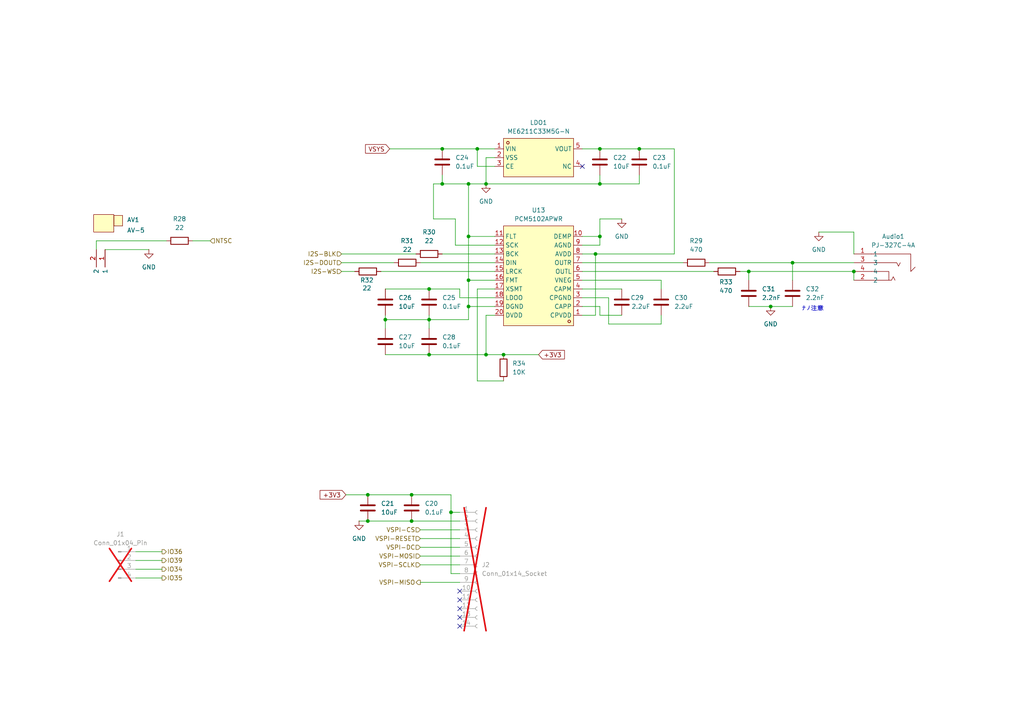
<source format=kicad_sch>
(kicad_sch
	(version 20250114)
	(generator "eeschema")
	(generator_version "9.0")
	(uuid "76aa197d-e496-4c6d-a16d-022563bf24ec")
	(paper "A4")
	(lib_symbols
		(symbol "Connector:Conn_01x04_Pin"
			(pin_names
				(offset 1.016)
				(hide yes)
			)
			(exclude_from_sim no)
			(in_bom yes)
			(on_board yes)
			(property "Reference" "J"
				(at 0 5.08 0)
				(effects
					(font
						(size 1.27 1.27)
					)
				)
			)
			(property "Value" "Conn_01x04_Pin"
				(at 0 -7.62 0)
				(effects
					(font
						(size 1.27 1.27)
					)
				)
			)
			(property "Footprint" ""
				(at 0 0 0)
				(effects
					(font
						(size 1.27 1.27)
					)
					(hide yes)
				)
			)
			(property "Datasheet" "~"
				(at 0 0 0)
				(effects
					(font
						(size 1.27 1.27)
					)
					(hide yes)
				)
			)
			(property "Description" "Generic connector, single row, 01x04, script generated"
				(at 0 0 0)
				(effects
					(font
						(size 1.27 1.27)
					)
					(hide yes)
				)
			)
			(property "ki_locked" ""
				(at 0 0 0)
				(effects
					(font
						(size 1.27 1.27)
					)
				)
			)
			(property "ki_keywords" "connector"
				(at 0 0 0)
				(effects
					(font
						(size 1.27 1.27)
					)
					(hide yes)
				)
			)
			(property "ki_fp_filters" "Connector*:*_1x??_*"
				(at 0 0 0)
				(effects
					(font
						(size 1.27 1.27)
					)
					(hide yes)
				)
			)
			(symbol "Conn_01x04_Pin_1_1"
				(rectangle
					(start 0.8636 2.667)
					(end 0 2.413)
					(stroke
						(width 0.1524)
						(type default)
					)
					(fill
						(type outline)
					)
				)
				(rectangle
					(start 0.8636 0.127)
					(end 0 -0.127)
					(stroke
						(width 0.1524)
						(type default)
					)
					(fill
						(type outline)
					)
				)
				(rectangle
					(start 0.8636 -2.413)
					(end 0 -2.667)
					(stroke
						(width 0.1524)
						(type default)
					)
					(fill
						(type outline)
					)
				)
				(rectangle
					(start 0.8636 -4.953)
					(end 0 -5.207)
					(stroke
						(width 0.1524)
						(type default)
					)
					(fill
						(type outline)
					)
				)
				(polyline
					(pts
						(xy 1.27 2.54) (xy 0.8636 2.54)
					)
					(stroke
						(width 0.1524)
						(type default)
					)
					(fill
						(type none)
					)
				)
				(polyline
					(pts
						(xy 1.27 0) (xy 0.8636 0)
					)
					(stroke
						(width 0.1524)
						(type default)
					)
					(fill
						(type none)
					)
				)
				(polyline
					(pts
						(xy 1.27 -2.54) (xy 0.8636 -2.54)
					)
					(stroke
						(width 0.1524)
						(type default)
					)
					(fill
						(type none)
					)
				)
				(polyline
					(pts
						(xy 1.27 -5.08) (xy 0.8636 -5.08)
					)
					(stroke
						(width 0.1524)
						(type default)
					)
					(fill
						(type none)
					)
				)
				(pin passive line
					(at 5.08 2.54 180)
					(length 3.81)
					(name "Pin_1"
						(effects
							(font
								(size 1.27 1.27)
							)
						)
					)
					(number "1"
						(effects
							(font
								(size 1.27 1.27)
							)
						)
					)
				)
				(pin passive line
					(at 5.08 0 180)
					(length 3.81)
					(name "Pin_2"
						(effects
							(font
								(size 1.27 1.27)
							)
						)
					)
					(number "2"
						(effects
							(font
								(size 1.27 1.27)
							)
						)
					)
				)
				(pin passive line
					(at 5.08 -2.54 180)
					(length 3.81)
					(name "Pin_3"
						(effects
							(font
								(size 1.27 1.27)
							)
						)
					)
					(number "3"
						(effects
							(font
								(size 1.27 1.27)
							)
						)
					)
				)
				(pin passive line
					(at 5.08 -5.08 180)
					(length 3.81)
					(name "Pin_4"
						(effects
							(font
								(size 1.27 1.27)
							)
						)
					)
					(number "4"
						(effects
							(font
								(size 1.27 1.27)
							)
						)
					)
				)
			)
			(embedded_fonts no)
		)
		(symbol "Connector:Conn_01x14_Socket"
			(pin_names
				(offset 1.016)
				(hide yes)
			)
			(exclude_from_sim no)
			(in_bom yes)
			(on_board yes)
			(property "Reference" "J"
				(at 0 17.78 0)
				(effects
					(font
						(size 1.27 1.27)
					)
				)
			)
			(property "Value" "Conn_01x14_Socket"
				(at 0 -20.32 0)
				(effects
					(font
						(size 1.27 1.27)
					)
				)
			)
			(property "Footprint" ""
				(at 0 0 0)
				(effects
					(font
						(size 1.27 1.27)
					)
					(hide yes)
				)
			)
			(property "Datasheet" "~"
				(at 0 0 0)
				(effects
					(font
						(size 1.27 1.27)
					)
					(hide yes)
				)
			)
			(property "Description" "Generic connector, single row, 01x14, script generated"
				(at 0 0 0)
				(effects
					(font
						(size 1.27 1.27)
					)
					(hide yes)
				)
			)
			(property "ki_locked" ""
				(at 0 0 0)
				(effects
					(font
						(size 1.27 1.27)
					)
				)
			)
			(property "ki_keywords" "connector"
				(at 0 0 0)
				(effects
					(font
						(size 1.27 1.27)
					)
					(hide yes)
				)
			)
			(property "ki_fp_filters" "Connector*:*_1x??_*"
				(at 0 0 0)
				(effects
					(font
						(size 1.27 1.27)
					)
					(hide yes)
				)
			)
			(symbol "Conn_01x14_Socket_1_1"
				(polyline
					(pts
						(xy -1.27 15.24) (xy -0.508 15.24)
					)
					(stroke
						(width 0.1524)
						(type default)
					)
					(fill
						(type none)
					)
				)
				(polyline
					(pts
						(xy -1.27 12.7) (xy -0.508 12.7)
					)
					(stroke
						(width 0.1524)
						(type default)
					)
					(fill
						(type none)
					)
				)
				(polyline
					(pts
						(xy -1.27 10.16) (xy -0.508 10.16)
					)
					(stroke
						(width 0.1524)
						(type default)
					)
					(fill
						(type none)
					)
				)
				(polyline
					(pts
						(xy -1.27 7.62) (xy -0.508 7.62)
					)
					(stroke
						(width 0.1524)
						(type default)
					)
					(fill
						(type none)
					)
				)
				(polyline
					(pts
						(xy -1.27 5.08) (xy -0.508 5.08)
					)
					(stroke
						(width 0.1524)
						(type default)
					)
					(fill
						(type none)
					)
				)
				(polyline
					(pts
						(xy -1.27 2.54) (xy -0.508 2.54)
					)
					(stroke
						(width 0.1524)
						(type default)
					)
					(fill
						(type none)
					)
				)
				(polyline
					(pts
						(xy -1.27 0) (xy -0.508 0)
					)
					(stroke
						(width 0.1524)
						(type default)
					)
					(fill
						(type none)
					)
				)
				(polyline
					(pts
						(xy -1.27 -2.54) (xy -0.508 -2.54)
					)
					(stroke
						(width 0.1524)
						(type default)
					)
					(fill
						(type none)
					)
				)
				(polyline
					(pts
						(xy -1.27 -5.08) (xy -0.508 -5.08)
					)
					(stroke
						(width 0.1524)
						(type default)
					)
					(fill
						(type none)
					)
				)
				(polyline
					(pts
						(xy -1.27 -7.62) (xy -0.508 -7.62)
					)
					(stroke
						(width 0.1524)
						(type default)
					)
					(fill
						(type none)
					)
				)
				(polyline
					(pts
						(xy -1.27 -10.16) (xy -0.508 -10.16)
					)
					(stroke
						(width 0.1524)
						(type default)
					)
					(fill
						(type none)
					)
				)
				(polyline
					(pts
						(xy -1.27 -12.7) (xy -0.508 -12.7)
					)
					(stroke
						(width 0.1524)
						(type default)
					)
					(fill
						(type none)
					)
				)
				(polyline
					(pts
						(xy -1.27 -15.24) (xy -0.508 -15.24)
					)
					(stroke
						(width 0.1524)
						(type default)
					)
					(fill
						(type none)
					)
				)
				(polyline
					(pts
						(xy -1.27 -17.78) (xy -0.508 -17.78)
					)
					(stroke
						(width 0.1524)
						(type default)
					)
					(fill
						(type none)
					)
				)
				(arc
					(start 0 14.732)
					(mid -0.5058 15.24)
					(end 0 15.748)
					(stroke
						(width 0.1524)
						(type default)
					)
					(fill
						(type none)
					)
				)
				(arc
					(start 0 12.192)
					(mid -0.5058 12.7)
					(end 0 13.208)
					(stroke
						(width 0.1524)
						(type default)
					)
					(fill
						(type none)
					)
				)
				(arc
					(start 0 9.652)
					(mid -0.5058 10.16)
					(end 0 10.668)
					(stroke
						(width 0.1524)
						(type default)
					)
					(fill
						(type none)
					)
				)
				(arc
					(start 0 7.112)
					(mid -0.5058 7.62)
					(end 0 8.128)
					(stroke
						(width 0.1524)
						(type default)
					)
					(fill
						(type none)
					)
				)
				(arc
					(start 0 4.572)
					(mid -0.5058 5.08)
					(end 0 5.588)
					(stroke
						(width 0.1524)
						(type default)
					)
					(fill
						(type none)
					)
				)
				(arc
					(start 0 2.032)
					(mid -0.5058 2.54)
					(end 0 3.048)
					(stroke
						(width 0.1524)
						(type default)
					)
					(fill
						(type none)
					)
				)
				(arc
					(start 0 -0.508)
					(mid -0.5058 0)
					(end 0 0.508)
					(stroke
						(width 0.1524)
						(type default)
					)
					(fill
						(type none)
					)
				)
				(arc
					(start 0 -3.048)
					(mid -0.5058 -2.54)
					(end 0 -2.032)
					(stroke
						(width 0.1524)
						(type default)
					)
					(fill
						(type none)
					)
				)
				(arc
					(start 0 -5.588)
					(mid -0.5058 -5.08)
					(end 0 -4.572)
					(stroke
						(width 0.1524)
						(type default)
					)
					(fill
						(type none)
					)
				)
				(arc
					(start 0 -8.128)
					(mid -0.5058 -7.62)
					(end 0 -7.112)
					(stroke
						(width 0.1524)
						(type default)
					)
					(fill
						(type none)
					)
				)
				(arc
					(start 0 -10.668)
					(mid -0.5058 -10.16)
					(end 0 -9.652)
					(stroke
						(width 0.1524)
						(type default)
					)
					(fill
						(type none)
					)
				)
				(arc
					(start 0 -13.208)
					(mid -0.5058 -12.7)
					(end 0 -12.192)
					(stroke
						(width 0.1524)
						(type default)
					)
					(fill
						(type none)
					)
				)
				(arc
					(start 0 -15.748)
					(mid -0.5058 -15.24)
					(end 0 -14.732)
					(stroke
						(width 0.1524)
						(type default)
					)
					(fill
						(type none)
					)
				)
				(arc
					(start 0 -18.288)
					(mid -0.5058 -17.78)
					(end 0 -17.272)
					(stroke
						(width 0.1524)
						(type default)
					)
					(fill
						(type none)
					)
				)
				(pin passive line
					(at -5.08 15.24 0)
					(length 3.81)
					(name "Pin_1"
						(effects
							(font
								(size 1.27 1.27)
							)
						)
					)
					(number "1"
						(effects
							(font
								(size 1.27 1.27)
							)
						)
					)
				)
				(pin passive line
					(at -5.08 12.7 0)
					(length 3.81)
					(name "Pin_2"
						(effects
							(font
								(size 1.27 1.27)
							)
						)
					)
					(number "2"
						(effects
							(font
								(size 1.27 1.27)
							)
						)
					)
				)
				(pin passive line
					(at -5.08 10.16 0)
					(length 3.81)
					(name "Pin_3"
						(effects
							(font
								(size 1.27 1.27)
							)
						)
					)
					(number "3"
						(effects
							(font
								(size 1.27 1.27)
							)
						)
					)
				)
				(pin passive line
					(at -5.08 7.62 0)
					(length 3.81)
					(name "Pin_4"
						(effects
							(font
								(size 1.27 1.27)
							)
						)
					)
					(number "4"
						(effects
							(font
								(size 1.27 1.27)
							)
						)
					)
				)
				(pin passive line
					(at -5.08 5.08 0)
					(length 3.81)
					(name "Pin_5"
						(effects
							(font
								(size 1.27 1.27)
							)
						)
					)
					(number "5"
						(effects
							(font
								(size 1.27 1.27)
							)
						)
					)
				)
				(pin passive line
					(at -5.08 2.54 0)
					(length 3.81)
					(name "Pin_6"
						(effects
							(font
								(size 1.27 1.27)
							)
						)
					)
					(number "6"
						(effects
							(font
								(size 1.27 1.27)
							)
						)
					)
				)
				(pin passive line
					(at -5.08 0 0)
					(length 3.81)
					(name "Pin_7"
						(effects
							(font
								(size 1.27 1.27)
							)
						)
					)
					(number "7"
						(effects
							(font
								(size 1.27 1.27)
							)
						)
					)
				)
				(pin passive line
					(at -5.08 -2.54 0)
					(length 3.81)
					(name "Pin_8"
						(effects
							(font
								(size 1.27 1.27)
							)
						)
					)
					(number "8"
						(effects
							(font
								(size 1.27 1.27)
							)
						)
					)
				)
				(pin passive line
					(at -5.08 -5.08 0)
					(length 3.81)
					(name "Pin_9"
						(effects
							(font
								(size 1.27 1.27)
							)
						)
					)
					(number "9"
						(effects
							(font
								(size 1.27 1.27)
							)
						)
					)
				)
				(pin passive line
					(at -5.08 -7.62 0)
					(length 3.81)
					(name "Pin_10"
						(effects
							(font
								(size 1.27 1.27)
							)
						)
					)
					(number "10"
						(effects
							(font
								(size 1.27 1.27)
							)
						)
					)
				)
				(pin passive line
					(at -5.08 -10.16 0)
					(length 3.81)
					(name "Pin_11"
						(effects
							(font
								(size 1.27 1.27)
							)
						)
					)
					(number "11"
						(effects
							(font
								(size 1.27 1.27)
							)
						)
					)
				)
				(pin passive line
					(at -5.08 -12.7 0)
					(length 3.81)
					(name "Pin_12"
						(effects
							(font
								(size 1.27 1.27)
							)
						)
					)
					(number "12"
						(effects
							(font
								(size 1.27 1.27)
							)
						)
					)
				)
				(pin passive line
					(at -5.08 -15.24 0)
					(length 3.81)
					(name "Pin_13"
						(effects
							(font
								(size 1.27 1.27)
							)
						)
					)
					(number "13"
						(effects
							(font
								(size 1.27 1.27)
							)
						)
					)
				)
				(pin passive line
					(at -5.08 -17.78 0)
					(length 3.81)
					(name "Pin_14"
						(effects
							(font
								(size 1.27 1.27)
							)
						)
					)
					(number "14"
						(effects
							(font
								(size 1.27 1.27)
							)
						)
					)
				)
			)
			(embedded_fonts no)
		)
		(symbol "Device:C"
			(pin_numbers
				(hide yes)
			)
			(pin_names
				(offset 0.254)
			)
			(exclude_from_sim no)
			(in_bom yes)
			(on_board yes)
			(property "Reference" "C"
				(at 0.635 2.54 0)
				(effects
					(font
						(size 1.27 1.27)
					)
					(justify left)
				)
			)
			(property "Value" "C"
				(at 0.635 -2.54 0)
				(effects
					(font
						(size 1.27 1.27)
					)
					(justify left)
				)
			)
			(property "Footprint" ""
				(at 0.9652 -3.81 0)
				(effects
					(font
						(size 1.27 1.27)
					)
					(hide yes)
				)
			)
			(property "Datasheet" "~"
				(at 0 0 0)
				(effects
					(font
						(size 1.27 1.27)
					)
					(hide yes)
				)
			)
			(property "Description" "Unpolarized capacitor"
				(at 0 0 0)
				(effects
					(font
						(size 1.27 1.27)
					)
					(hide yes)
				)
			)
			(property "ki_keywords" "cap capacitor"
				(at 0 0 0)
				(effects
					(font
						(size 1.27 1.27)
					)
					(hide yes)
				)
			)
			(property "ki_fp_filters" "C_*"
				(at 0 0 0)
				(effects
					(font
						(size 1.27 1.27)
					)
					(hide yes)
				)
			)
			(symbol "C_0_1"
				(polyline
					(pts
						(xy -2.032 0.762) (xy 2.032 0.762)
					)
					(stroke
						(width 0.508)
						(type default)
					)
					(fill
						(type none)
					)
				)
				(polyline
					(pts
						(xy -2.032 -0.762) (xy 2.032 -0.762)
					)
					(stroke
						(width 0.508)
						(type default)
					)
					(fill
						(type none)
					)
				)
			)
			(symbol "C_1_1"
				(pin passive line
					(at 0 3.81 270)
					(length 2.794)
					(name "~"
						(effects
							(font
								(size 1.27 1.27)
							)
						)
					)
					(number "1"
						(effects
							(font
								(size 1.27 1.27)
							)
						)
					)
				)
				(pin passive line
					(at 0 -3.81 90)
					(length 2.794)
					(name "~"
						(effects
							(font
								(size 1.27 1.27)
							)
						)
					)
					(number "2"
						(effects
							(font
								(size 1.27 1.27)
							)
						)
					)
				)
			)
			(embedded_fonts no)
		)
		(symbol "Device:R"
			(pin_numbers
				(hide yes)
			)
			(pin_names
				(offset 0)
			)
			(exclude_from_sim no)
			(in_bom yes)
			(on_board yes)
			(property "Reference" "R"
				(at 2.032 0 90)
				(effects
					(font
						(size 1.27 1.27)
					)
				)
			)
			(property "Value" "R"
				(at 0 0 90)
				(effects
					(font
						(size 1.27 1.27)
					)
				)
			)
			(property "Footprint" ""
				(at -1.778 0 90)
				(effects
					(font
						(size 1.27 1.27)
					)
					(hide yes)
				)
			)
			(property "Datasheet" "~"
				(at 0 0 0)
				(effects
					(font
						(size 1.27 1.27)
					)
					(hide yes)
				)
			)
			(property "Description" "Resistor"
				(at 0 0 0)
				(effects
					(font
						(size 1.27 1.27)
					)
					(hide yes)
				)
			)
			(property "ki_keywords" "R res resistor"
				(at 0 0 0)
				(effects
					(font
						(size 1.27 1.27)
					)
					(hide yes)
				)
			)
			(property "ki_fp_filters" "R_*"
				(at 0 0 0)
				(effects
					(font
						(size 1.27 1.27)
					)
					(hide yes)
				)
			)
			(symbol "R_0_1"
				(rectangle
					(start -1.016 -2.54)
					(end 1.016 2.54)
					(stroke
						(width 0.254)
						(type default)
					)
					(fill
						(type none)
					)
				)
			)
			(symbol "R_1_1"
				(pin passive line
					(at 0 3.81 270)
					(length 1.27)
					(name "~"
						(effects
							(font
								(size 1.27 1.27)
							)
						)
					)
					(number "1"
						(effects
							(font
								(size 1.27 1.27)
							)
						)
					)
				)
				(pin passive line
					(at 0 -3.81 90)
					(length 1.27)
					(name "~"
						(effects
							(font
								(size 1.27 1.27)
							)
						)
					)
					(number "2"
						(effects
							(font
								(size 1.27 1.27)
							)
						)
					)
				)
			)
			(embedded_fonts no)
		)
		(symbol "easyeda2kicad:AV-5"
			(exclude_from_sim no)
			(in_bom yes)
			(on_board yes)
			(property "Reference" "AV"
				(at 0 0 0)
				(effects
					(font
						(size 1.27 1.27)
					)
				)
			)
			(property "Value" "AV-5"
				(at 0 -10.16 0)
				(effects
					(font
						(size 1.27 1.27)
					)
				)
			)
			(property "Footprint" "easyeda2kicad:CONN-TH_AV-5"
				(at 0 -12.7 0)
				(effects
					(font
						(size 1.27 1.27)
					)
					(hide yes)
				)
			)
			(property "Datasheet" "https://lcsc.com/product-detail/AV-Connectors_AV-5_C18080.html"
				(at 0 -15.24 0)
				(effects
					(font
						(size 1.27 1.27)
					)
					(hide yes)
				)
			)
			(property "Description" ""
				(at 0 0 0)
				(effects
					(font
						(size 1.27 1.27)
					)
					(hide yes)
				)
			)
			(property "LCSC Part" "C18080"
				(at 0 -17.78 0)
				(effects
					(font
						(size 1.27 1.27)
					)
					(hide yes)
				)
			)
			(symbol "AV-5_0_1"
				(rectangle
					(start -3.3 5.08)
					(end 2.54 0)
					(stroke
						(width 0)
						(type default)
					)
					(fill
						(type background)
					)
				)
				(rectangle
					(start 2.54 4.83)
					(end 5.08 1.78)
					(stroke
						(width 0)
						(type default)
					)
					(fill
						(type background)
					)
				)
				(pin unspecified line
					(at -2.54 -5.08 270)
					(length 5.08)
					(name "2"
						(effects
							(font
								(size 1.27 1.27)
							)
						)
					)
					(number "2"
						(effects
							(font
								(size 1.27 1.27)
							)
						)
					)
				)
				(pin unspecified line
					(at 0 -5.08 270)
					(length 5.08)
					(name "1"
						(effects
							(font
								(size 1.27 1.27)
							)
						)
					)
					(number "1"
						(effects
							(font
								(size 1.27 1.27)
							)
						)
					)
				)
			)
			(embedded_fonts no)
		)
		(symbol "easyeda2kicad:ME6211C33M5G-N"
			(exclude_from_sim no)
			(in_bom yes)
			(on_board yes)
			(property "Reference" "LDO"
				(at 0 7.62 0)
				(effects
					(font
						(size 1.27 1.27)
					)
				)
			)
			(property "Value" "ME6211C33M5G-N"
				(at 0 -7.62 0)
				(effects
					(font
						(size 1.27 1.27)
					)
				)
			)
			(property "Footprint" "easyeda2kicad:SOT-23-5_L3.0-W1.7-P0.95-LS2.8-BL"
				(at 0 -10.16 0)
				(effects
					(font
						(size 1.27 1.27)
					)
					(hide yes)
				)
			)
			(property "Datasheet" "https://lcsc.com/product-detail/Low-Dropout-Regulators-LDO_ME6211C33M5G-N_C82942.html"
				(at 0 -12.7 0)
				(effects
					(font
						(size 1.27 1.27)
					)
					(hide yes)
				)
			)
			(property "Description" ""
				(at 0 0 0)
				(effects
					(font
						(size 1.27 1.27)
					)
					(hide yes)
				)
			)
			(property "LCSC Part" "C82942"
				(at 0 -15.24 0)
				(effects
					(font
						(size 1.27 1.27)
					)
					(hide yes)
				)
			)
			(symbol "ME6211C33M5G-N_0_1"
				(rectangle
					(start -10.16 5.59)
					(end 10.16 -5.59)
					(stroke
						(width 0)
						(type default)
					)
					(fill
						(type background)
					)
				)
				(circle
					(center -8.89 4.32)
					(radius 0.38)
					(stroke
						(width 0)
						(type default)
					)
					(fill
						(type none)
					)
				)
				(circle
					(center -8.89 4.32)
					(radius 0.38)
					(stroke
						(width 0)
						(type default)
					)
					(fill
						(type none)
					)
				)
				(pin unspecified line
					(at -12.7 2.54 0)
					(length 2.54)
					(name "VIN"
						(effects
							(font
								(size 1.27 1.27)
							)
						)
					)
					(number "1"
						(effects
							(font
								(size 1.27 1.27)
							)
						)
					)
				)
				(pin unspecified line
					(at -12.7 0 0)
					(length 2.54)
					(name "VSS"
						(effects
							(font
								(size 1.27 1.27)
							)
						)
					)
					(number "2"
						(effects
							(font
								(size 1.27 1.27)
							)
						)
					)
				)
				(pin unspecified line
					(at -12.7 -2.54 0)
					(length 2.54)
					(name "CE"
						(effects
							(font
								(size 1.27 1.27)
							)
						)
					)
					(number "3"
						(effects
							(font
								(size 1.27 1.27)
							)
						)
					)
				)
				(pin unspecified line
					(at 12.7 2.54 180)
					(length 2.54)
					(name "VOUT"
						(effects
							(font
								(size 1.27 1.27)
							)
						)
					)
					(number "5"
						(effects
							(font
								(size 1.27 1.27)
							)
						)
					)
				)
				(pin unspecified line
					(at 12.7 -2.54 180)
					(length 2.54)
					(name "NC"
						(effects
							(font
								(size 1.27 1.27)
							)
						)
					)
					(number "4"
						(effects
							(font
								(size 1.27 1.27)
							)
						)
					)
				)
			)
			(embedded_fonts no)
		)
		(symbol "easyeda2kicad:PCM5102APWR"
			(exclude_from_sim no)
			(in_bom yes)
			(on_board yes)
			(property "Reference" "U"
				(at 0 16.51 0)
				(effects
					(font
						(size 1.27 1.27)
					)
				)
			)
			(property "Value" "PCM5102APWR"
				(at 0 -16.51 0)
				(effects
					(font
						(size 1.27 1.27)
					)
				)
			)
			(property "Footprint" "easyeda2kicad:TSSOP-20_L6.5-W4.4-P0.65-LS6.4-BL"
				(at 0 -19.05 0)
				(effects
					(font
						(size 1.27 1.27)
					)
					(hide yes)
				)
			)
			(property "Datasheet" "https://lcsc.com/product-detail/Audio-A-D-Converter-ICs_TI_PCM5102APWR_PCM5102APWR_C107671.html"
				(at 0 -21.59 0)
				(effects
					(font
						(size 1.27 1.27)
					)
					(hide yes)
				)
			)
			(property "Description" ""
				(at 0 0 0)
				(effects
					(font
						(size 1.27 1.27)
					)
					(hide yes)
				)
			)
			(property "LCSC Part" "C107671"
				(at 0 -24.13 0)
				(effects
					(font
						(size 1.27 1.27)
					)
					(hide yes)
				)
			)
			(symbol "PCM5102APWR_0_1"
				(rectangle
					(start -10.16 14.48)
					(end 10.16 -14.48)
					(stroke
						(width 0)
						(type default)
					)
					(fill
						(type background)
					)
				)
				(circle
					(center -8.89 13.21)
					(radius 0.38)
					(stroke
						(width 0)
						(type default)
					)
					(fill
						(type none)
					)
				)
				(circle
					(center -8.89 13.21)
					(radius 0.38)
					(stroke
						(width 0)
						(type default)
					)
					(fill
						(type none)
					)
				)
				(pin unspecified line
					(at -12.7 11.43 0)
					(length 2.54)
					(name "CPVDD"
						(effects
							(font
								(size 1.27 1.27)
							)
						)
					)
					(number "1"
						(effects
							(font
								(size 1.27 1.27)
							)
						)
					)
				)
				(pin unspecified line
					(at -12.7 8.89 0)
					(length 2.54)
					(name "CAPP"
						(effects
							(font
								(size 1.27 1.27)
							)
						)
					)
					(number "2"
						(effects
							(font
								(size 1.27 1.27)
							)
						)
					)
				)
				(pin unspecified line
					(at -12.7 6.35 0)
					(length 2.54)
					(name "CPGND"
						(effects
							(font
								(size 1.27 1.27)
							)
						)
					)
					(number "3"
						(effects
							(font
								(size 1.27 1.27)
							)
						)
					)
				)
				(pin unspecified line
					(at -12.7 3.81 0)
					(length 2.54)
					(name "CAPM"
						(effects
							(font
								(size 1.27 1.27)
							)
						)
					)
					(number "4"
						(effects
							(font
								(size 1.27 1.27)
							)
						)
					)
				)
				(pin unspecified line
					(at -12.7 1.27 0)
					(length 2.54)
					(name "VNEG"
						(effects
							(font
								(size 1.27 1.27)
							)
						)
					)
					(number "5"
						(effects
							(font
								(size 1.27 1.27)
							)
						)
					)
				)
				(pin unspecified line
					(at -12.7 -1.27 0)
					(length 2.54)
					(name "OUTL"
						(effects
							(font
								(size 1.27 1.27)
							)
						)
					)
					(number "6"
						(effects
							(font
								(size 1.27 1.27)
							)
						)
					)
				)
				(pin unspecified line
					(at -12.7 -3.81 0)
					(length 2.54)
					(name "OUTR"
						(effects
							(font
								(size 1.27 1.27)
							)
						)
					)
					(number "7"
						(effects
							(font
								(size 1.27 1.27)
							)
						)
					)
				)
				(pin unspecified line
					(at -12.7 -6.35 0)
					(length 2.54)
					(name "AVDD"
						(effects
							(font
								(size 1.27 1.27)
							)
						)
					)
					(number "8"
						(effects
							(font
								(size 1.27 1.27)
							)
						)
					)
				)
				(pin unspecified line
					(at -12.7 -8.89 0)
					(length 2.54)
					(name "AGND"
						(effects
							(font
								(size 1.27 1.27)
							)
						)
					)
					(number "9"
						(effects
							(font
								(size 1.27 1.27)
							)
						)
					)
				)
				(pin unspecified line
					(at -12.7 -11.43 0)
					(length 2.54)
					(name "DEMP"
						(effects
							(font
								(size 1.27 1.27)
							)
						)
					)
					(number "10"
						(effects
							(font
								(size 1.27 1.27)
							)
						)
					)
				)
				(pin unspecified line
					(at 12.7 11.43 180)
					(length 2.54)
					(name "DVDD"
						(effects
							(font
								(size 1.27 1.27)
							)
						)
					)
					(number "20"
						(effects
							(font
								(size 1.27 1.27)
							)
						)
					)
				)
				(pin unspecified line
					(at 12.7 8.89 180)
					(length 2.54)
					(name "DGND"
						(effects
							(font
								(size 1.27 1.27)
							)
						)
					)
					(number "19"
						(effects
							(font
								(size 1.27 1.27)
							)
						)
					)
				)
				(pin unspecified line
					(at 12.7 6.35 180)
					(length 2.54)
					(name "LDOO"
						(effects
							(font
								(size 1.27 1.27)
							)
						)
					)
					(number "18"
						(effects
							(font
								(size 1.27 1.27)
							)
						)
					)
				)
				(pin unspecified line
					(at 12.7 3.81 180)
					(length 2.54)
					(name "XSMT"
						(effects
							(font
								(size 1.27 1.27)
							)
						)
					)
					(number "17"
						(effects
							(font
								(size 1.27 1.27)
							)
						)
					)
				)
				(pin unspecified line
					(at 12.7 1.27 180)
					(length 2.54)
					(name "FMT"
						(effects
							(font
								(size 1.27 1.27)
							)
						)
					)
					(number "16"
						(effects
							(font
								(size 1.27 1.27)
							)
						)
					)
				)
				(pin unspecified line
					(at 12.7 -1.27 180)
					(length 2.54)
					(name "LRCK"
						(effects
							(font
								(size 1.27 1.27)
							)
						)
					)
					(number "15"
						(effects
							(font
								(size 1.27 1.27)
							)
						)
					)
				)
				(pin unspecified line
					(at 12.7 -3.81 180)
					(length 2.54)
					(name "DIN"
						(effects
							(font
								(size 1.27 1.27)
							)
						)
					)
					(number "14"
						(effects
							(font
								(size 1.27 1.27)
							)
						)
					)
				)
				(pin unspecified line
					(at 12.7 -6.35 180)
					(length 2.54)
					(name "BCK"
						(effects
							(font
								(size 1.27 1.27)
							)
						)
					)
					(number "13"
						(effects
							(font
								(size 1.27 1.27)
							)
						)
					)
				)
				(pin unspecified line
					(at 12.7 -8.89 180)
					(length 2.54)
					(name "SCK"
						(effects
							(font
								(size 1.27 1.27)
							)
						)
					)
					(number "12"
						(effects
							(font
								(size 1.27 1.27)
							)
						)
					)
				)
				(pin unspecified line
					(at 12.7 -11.43 180)
					(length 2.54)
					(name "FLT"
						(effects
							(font
								(size 1.27 1.27)
							)
						)
					)
					(number "11"
						(effects
							(font
								(size 1.27 1.27)
							)
						)
					)
				)
			)
			(embedded_fonts no)
		)
		(symbol "easyeda2kicad:PJ-327C-4A"
			(exclude_from_sim no)
			(in_bom yes)
			(on_board yes)
			(property "Reference" "Audio"
				(at 0 7.62 0)
				(effects
					(font
						(size 1.27 1.27)
					)
				)
			)
			(property "Value" "PJ-327C-4A"
				(at 0 -10.16 0)
				(effects
					(font
						(size 1.27 1.27)
					)
				)
			)
			(property "Footprint" "easyeda2kicad:AUDIO-SMD_PJ-327C-4A"
				(at 0 -12.7 0)
				(effects
					(font
						(size 1.27 1.27)
					)
					(hide yes)
				)
			)
			(property "Datasheet" "https://lcsc.com/product-detail/Audio-Connectors_PJ-327C-4A_C145813.html"
				(at 0 -15.24 0)
				(effects
					(font
						(size 1.27 1.27)
					)
					(hide yes)
				)
			)
			(property "Description" ""
				(at 0 0 0)
				(effects
					(font
						(size 1.27 1.27)
					)
					(hide yes)
				)
			)
			(property "LCSC Part" "C145813"
				(at 0 -17.78 0)
				(effects
					(font
						(size 1.27 1.27)
					)
					(hide yes)
				)
			)
			(symbol "PJ-327C-4A_0_1"
				(polyline
					(pts
						(xy 3.81 2.54) (xy -7.62 2.54) (xy -7.62 -2.54) (xy -8.89 -1.27)
					)
					(stroke
						(width 0)
						(type default)
					)
					(fill
						(type none)
					)
				)
				(polyline
					(pts
						(xy 3.81 0) (xy -3.56 0) (xy -4.06 -1.02) (xy -4.57 0)
					)
					(stroke
						(width 0)
						(type default)
					)
					(fill
						(type none)
					)
				)
				(polyline
					(pts
						(xy 3.81 -2.54) (xy -0.76 -2.54) (xy -1.27 -2.54) (xy -1.27 -5.08)
					)
					(stroke
						(width 0)
						(type default)
					)
					(fill
						(type none)
					)
				)
				(polyline
					(pts
						(xy 3.81 -5.08) (xy -2.03 -5.08) (xy -2.54 -4.06) (xy -3.05 -5.08)
					)
					(stroke
						(width 0)
						(type default)
					)
					(fill
						(type none)
					)
				)
				(pin unspecified line
					(at 8.89 2.54 180)
					(length 5.08)
					(name "1"
						(effects
							(font
								(size 1.27 1.27)
							)
						)
					)
					(number "1"
						(effects
							(font
								(size 1.27 1.27)
							)
						)
					)
				)
				(pin unspecified line
					(at 8.89 0 180)
					(length 5.08)
					(name "3"
						(effects
							(font
								(size 1.27 1.27)
							)
						)
					)
					(number "3"
						(effects
							(font
								(size 1.27 1.27)
							)
						)
					)
				)
				(pin unspecified line
					(at 8.89 -2.54 180)
					(length 5.08)
					(name "4"
						(effects
							(font
								(size 1.27 1.27)
							)
						)
					)
					(number "4"
						(effects
							(font
								(size 1.27 1.27)
							)
						)
					)
				)
				(pin unspecified line
					(at 8.89 -5.08 180)
					(length 5.08)
					(name "2"
						(effects
							(font
								(size 1.27 1.27)
							)
						)
					)
					(number "2"
						(effects
							(font
								(size 1.27 1.27)
							)
						)
					)
				)
			)
			(embedded_fonts no)
		)
		(symbol "power:GND"
			(power)
			(pin_numbers
				(hide yes)
			)
			(pin_names
				(offset 0)
				(hide yes)
			)
			(exclude_from_sim no)
			(in_bom yes)
			(on_board yes)
			(property "Reference" "#PWR"
				(at 0 -6.35 0)
				(effects
					(font
						(size 1.27 1.27)
					)
					(hide yes)
				)
			)
			(property "Value" "GND"
				(at 0 -3.81 0)
				(effects
					(font
						(size 1.27 1.27)
					)
				)
			)
			(property "Footprint" ""
				(at 0 0 0)
				(effects
					(font
						(size 1.27 1.27)
					)
					(hide yes)
				)
			)
			(property "Datasheet" ""
				(at 0 0 0)
				(effects
					(font
						(size 1.27 1.27)
					)
					(hide yes)
				)
			)
			(property "Description" "Power symbol creates a global label with name \"GND\" , ground"
				(at 0 0 0)
				(effects
					(font
						(size 1.27 1.27)
					)
					(hide yes)
				)
			)
			(property "ki_keywords" "global power"
				(at 0 0 0)
				(effects
					(font
						(size 1.27 1.27)
					)
					(hide yes)
				)
			)
			(symbol "GND_0_1"
				(polyline
					(pts
						(xy 0 0) (xy 0 -1.27) (xy 1.27 -1.27) (xy 0 -2.54) (xy -1.27 -1.27) (xy 0 -1.27)
					)
					(stroke
						(width 0)
						(type default)
					)
					(fill
						(type none)
					)
				)
			)
			(symbol "GND_1_1"
				(pin power_in line
					(at 0 0 270)
					(length 0)
					(name "~"
						(effects
							(font
								(size 1.27 1.27)
							)
						)
					)
					(number "1"
						(effects
							(font
								(size 1.27 1.27)
							)
						)
					)
				)
			)
			(embedded_fonts no)
		)
	)
	(text "ナノ注意"
		(exclude_from_sim no)
		(at 235.712 89.662 0)
		(effects
			(font
				(size 1.27 1.27)
			)
		)
		(uuid "59d7f757-b05a-4db0-8872-9f3c16bf5abb")
	)
	(junction
		(at 138.43 43.18)
		(diameter 0)
		(color 0 0 0 0)
		(uuid "01f365f0-7d15-4fb5-9be3-e1a811fed155")
	)
	(junction
		(at 128.27 53.34)
		(diameter 0)
		(color 0 0 0 0)
		(uuid "0ac5b509-c786-492d-8bcc-914a9645805d")
	)
	(junction
		(at 135.89 68.58)
		(diameter 0)
		(color 0 0 0 0)
		(uuid "0cd8263b-6a9a-4166-a95a-af5d65a7e619")
	)
	(junction
		(at 135.89 53.34)
		(diameter 0)
		(color 0 0 0 0)
		(uuid "0e1b767a-1902-42ec-a7ac-1f3411f3df36")
	)
	(junction
		(at 146.05 102.87)
		(diameter 0)
		(color 0 0 0 0)
		(uuid "2511c5e4-4ff9-41fb-8e9e-22a0a7f58cbb")
	)
	(junction
		(at 128.27 43.18)
		(diameter 0)
		(color 0 0 0 0)
		(uuid "29dd1845-1d34-47c3-9217-692333188ce7")
	)
	(junction
		(at 119.38 143.51)
		(diameter 0)
		(color 0 0 0 0)
		(uuid "33ca443c-9286-4381-b15b-b2fd535c3990")
	)
	(junction
		(at 124.46 102.87)
		(diameter 0)
		(color 0 0 0 0)
		(uuid "454ca31a-c81d-4cb5-9dc8-488c06494ace")
	)
	(junction
		(at 173.99 68.58)
		(diameter 0)
		(color 0 0 0 0)
		(uuid "48088011-3715-4c08-948a-57c9baf6f001")
	)
	(junction
		(at 135.89 81.28)
		(diameter 0)
		(color 0 0 0 0)
		(uuid "49520e8d-0f00-46cf-88c1-773d9df648fa")
	)
	(junction
		(at 185.42 43.18)
		(diameter 0)
		(color 0 0 0 0)
		(uuid "65e38e43-7b15-4c4d-ae5c-145ea1ae97fe")
	)
	(junction
		(at 247.65 78.74)
		(diameter 0)
		(color 0 0 0 0)
		(uuid "69006f13-90d9-4003-a6f7-c1436c7d96d9")
	)
	(junction
		(at 229.87 76.2)
		(diameter 0)
		(color 0 0 0 0)
		(uuid "7b2bfb55-fcb0-4c41-90af-976088ea5cc7")
	)
	(junction
		(at 140.97 53.34)
		(diameter 0)
		(color 0 0 0 0)
		(uuid "83a3c689-e46b-4117-9ad8-32945400d1ad")
	)
	(junction
		(at 106.68 151.13)
		(diameter 0)
		(color 0 0 0 0)
		(uuid "89c98a34-2fe8-4b62-950a-b395b0541fb2")
	)
	(junction
		(at 130.81 148.59)
		(diameter 0)
		(color 0 0 0 0)
		(uuid "8ac06cca-dcd7-473a-aab5-204e8d464e66")
	)
	(junction
		(at 172.72 73.66)
		(diameter 0)
		(color 0 0 0 0)
		(uuid "95cec4e5-e64d-42a6-87c9-42cced926f4c")
	)
	(junction
		(at 119.38 151.13)
		(diameter 0)
		(color 0 0 0 0)
		(uuid "ae352742-324f-4c80-aec1-76c513c9772e")
	)
	(junction
		(at 106.68 143.51)
		(diameter 0)
		(color 0 0 0 0)
		(uuid "bccf1f75-21d6-43cd-9af1-1541dd2c11e5")
	)
	(junction
		(at 111.76 92.71)
		(diameter 0)
		(color 0 0 0 0)
		(uuid "c87791fc-db3a-4fbe-8914-d10eb74cd1ad")
	)
	(junction
		(at 217.17 78.74)
		(diameter 0)
		(color 0 0 0 0)
		(uuid "cffef324-b46c-4dcd-b690-4c452d043c74")
	)
	(junction
		(at 223.52 88.9)
		(diameter 0)
		(color 0 0 0 0)
		(uuid "d921feb3-d58d-4791-94b4-c6c270669017")
	)
	(junction
		(at 124.46 92.71)
		(diameter 0)
		(color 0 0 0 0)
		(uuid "dcf8bffa-5369-4f86-9e45-5ae8853c1e1f")
	)
	(junction
		(at 140.97 102.87)
		(diameter 0)
		(color 0 0 0 0)
		(uuid "f18d4892-470d-42ab-afc6-548889864bd8")
	)
	(junction
		(at 135.89 88.9)
		(diameter 0)
		(color 0 0 0 0)
		(uuid "f2210241-32d7-4f56-aca3-0d0ec1b34724")
	)
	(junction
		(at 173.99 53.34)
		(diameter 0)
		(color 0 0 0 0)
		(uuid "f4628d0f-0f3e-4ece-ba42-724dbda15629")
	)
	(junction
		(at 173.99 43.18)
		(diameter 0)
		(color 0 0 0 0)
		(uuid "f95c15b3-b873-4526-9016-32e1564192e7")
	)
	(junction
		(at 124.46 83.82)
		(diameter 0)
		(color 0 0 0 0)
		(uuid "fc61f7a1-143c-4fb6-b2be-77a55c1acd90")
	)
	(no_connect
		(at 133.35 181.61)
		(uuid "07657e9c-bd71-4aa6-b309-8be13ee453f9")
	)
	(no_connect
		(at 133.35 171.45)
		(uuid "2be9442e-ad7c-40b3-827f-55b5125cbf7d")
	)
	(no_connect
		(at 168.91 48.26)
		(uuid "33789816-b60d-43e6-8782-db1456951508")
	)
	(no_connect
		(at 133.35 173.99)
		(uuid "441674ec-8ba4-463e-b418-3e92657a6de8")
	)
	(no_connect
		(at 133.35 179.07)
		(uuid "6bfe0619-8dc0-4b25-b773-968f270f6573")
	)
	(no_connect
		(at 133.35 176.53)
		(uuid "b4d2ac0d-f225-4573-8a60-9c38818751e0")
	)
	(wire
		(pts
			(xy 185.42 53.34) (xy 185.42 50.8)
		)
		(stroke
			(width 0)
			(type default)
		)
		(uuid "008fdf2b-f0b9-4bc2-a31e-adcca273e52d")
	)
	(wire
		(pts
			(xy 247.65 73.66) (xy 247.65 67.31)
		)
		(stroke
			(width 0)
			(type default)
		)
		(uuid "041bd093-c4ad-4b09-8a2f-4203e4b2b2f5")
	)
	(wire
		(pts
			(xy 168.91 86.36) (xy 176.53 86.36)
		)
		(stroke
			(width 0)
			(type default)
		)
		(uuid "08e77c1c-9dbf-4e51-b29f-7b9cc2aeeb5d")
	)
	(wire
		(pts
			(xy 128.27 50.8) (xy 128.27 53.34)
		)
		(stroke
			(width 0)
			(type default)
		)
		(uuid "1068dcdd-b802-4c1e-9ba5-413443eb2d00")
	)
	(wire
		(pts
			(xy 173.99 88.9) (xy 173.99 91.44)
		)
		(stroke
			(width 0)
			(type default)
		)
		(uuid "112ab8ff-ca06-4f4a-90ae-36ee40d49e73")
	)
	(wire
		(pts
			(xy 176.53 93.98) (xy 191.77 93.98)
		)
		(stroke
			(width 0)
			(type default)
		)
		(uuid "119404f3-81f5-4dde-8243-cb1e98946c50")
	)
	(wire
		(pts
			(xy 30.48 72.39) (xy 43.18 72.39)
		)
		(stroke
			(width 0)
			(type default)
		)
		(uuid "1469d038-3eec-443f-b2e2-36a494ebfe8e")
	)
	(wire
		(pts
			(xy 111.76 92.71) (xy 111.76 95.25)
		)
		(stroke
			(width 0)
			(type default)
		)
		(uuid "14fa7ea7-9113-4f14-a5cf-3490715d5620")
	)
	(wire
		(pts
			(xy 27.94 69.85) (xy 27.94 72.39)
		)
		(stroke
			(width 0)
			(type default)
		)
		(uuid "155802d0-1314-48f8-9a22-a34c458abcee")
	)
	(wire
		(pts
			(xy 140.97 102.87) (xy 146.05 102.87)
		)
		(stroke
			(width 0)
			(type default)
		)
		(uuid "1b11d5d0-1c03-41c8-8eff-c484c827055b")
	)
	(wire
		(pts
			(xy 121.92 163.83) (xy 133.35 163.83)
		)
		(stroke
			(width 0)
			(type default)
		)
		(uuid "1e9bd4c0-d8cc-4733-a033-e8185bcbc145")
	)
	(wire
		(pts
			(xy 135.89 88.9) (xy 135.89 81.28)
		)
		(stroke
			(width 0)
			(type default)
		)
		(uuid "21314d04-8536-4a50-a0fc-455fc6788c76")
	)
	(wire
		(pts
			(xy 111.76 92.71) (xy 124.46 92.71)
		)
		(stroke
			(width 0)
			(type default)
		)
		(uuid "21b8d013-941e-4552-b66b-6be0d5b21b24")
	)
	(wire
		(pts
			(xy 48.26 69.85) (xy 27.94 69.85)
		)
		(stroke
			(width 0)
			(type default)
		)
		(uuid "22f7af25-f68f-4290-b1b2-ba261b6e3e31")
	)
	(wire
		(pts
			(xy 168.91 91.44) (xy 172.72 91.44)
		)
		(stroke
			(width 0)
			(type default)
		)
		(uuid "23245b6f-1f1a-41fa-8890-cd3351af1c3e")
	)
	(wire
		(pts
			(xy 121.92 76.2) (xy 143.51 76.2)
		)
		(stroke
			(width 0)
			(type default)
		)
		(uuid "26268934-9789-4696-9f82-71381c5d1816")
	)
	(wire
		(pts
			(xy 124.46 83.82) (xy 133.35 83.82)
		)
		(stroke
			(width 0)
			(type default)
		)
		(uuid "271b939d-3229-426b-8275-d7791db9660e")
	)
	(wire
		(pts
			(xy 143.51 83.82) (xy 138.43 83.82)
		)
		(stroke
			(width 0)
			(type default)
		)
		(uuid "2df3985f-ec78-4752-9cc5-3e11423e20a0")
	)
	(wire
		(pts
			(xy 110.49 78.74) (xy 143.51 78.74)
		)
		(stroke
			(width 0)
			(type default)
		)
		(uuid "31ca82e7-514e-4362-8310-9f20b2c982be")
	)
	(wire
		(pts
			(xy 138.43 43.18) (xy 138.43 48.26)
		)
		(stroke
			(width 0)
			(type default)
		)
		(uuid "340f2213-b60e-429f-b217-b0effe8a931a")
	)
	(wire
		(pts
			(xy 173.99 71.12) (xy 173.99 68.58)
		)
		(stroke
			(width 0)
			(type default)
		)
		(uuid "35491ef5-7d4e-450d-9172-95414660b157")
	)
	(wire
		(pts
			(xy 217.17 88.9) (xy 223.52 88.9)
		)
		(stroke
			(width 0)
			(type default)
		)
		(uuid "3957cab5-a23d-4067-ac3a-4021626d98a0")
	)
	(wire
		(pts
			(xy 143.51 91.44) (xy 140.97 91.44)
		)
		(stroke
			(width 0)
			(type default)
		)
		(uuid "412aff4b-26f1-4c2e-a84f-cea98e0b3d4d")
	)
	(wire
		(pts
			(xy 173.99 50.8) (xy 173.99 53.34)
		)
		(stroke
			(width 0)
			(type default)
		)
		(uuid "41663c7f-8ad0-49bb-b190-4a5014d9c8e4")
	)
	(wire
		(pts
			(xy 100.33 143.51) (xy 106.68 143.51)
		)
		(stroke
			(width 0)
			(type default)
		)
		(uuid "42974a27-7dd5-4e86-8059-0b6b72c2e06f")
	)
	(wire
		(pts
			(xy 217.17 78.74) (xy 217.17 81.28)
		)
		(stroke
			(width 0)
			(type default)
		)
		(uuid "42a4c359-09b1-449d-8d73-758303852568")
	)
	(wire
		(pts
			(xy 229.87 76.2) (xy 229.87 81.28)
		)
		(stroke
			(width 0)
			(type default)
		)
		(uuid "439f8a00-da3b-4ff9-b15f-b99e6d3d99a2")
	)
	(wire
		(pts
			(xy 106.68 143.51) (xy 119.38 143.51)
		)
		(stroke
			(width 0)
			(type default)
		)
		(uuid "461af72f-a428-4fdf-ac3d-ee2a90a7028b")
	)
	(wire
		(pts
			(xy 39.37 165.1) (xy 46.99 165.1)
		)
		(stroke
			(width 0)
			(type default)
		)
		(uuid "46dc382b-6f51-4c5c-966a-751760f7be0f")
	)
	(wire
		(pts
			(xy 168.91 78.74) (xy 207.01 78.74)
		)
		(stroke
			(width 0)
			(type default)
		)
		(uuid "47ac2dbc-ca89-4cf2-8ba6-21242e604447")
	)
	(wire
		(pts
			(xy 132.08 63.5) (xy 132.08 71.12)
		)
		(stroke
			(width 0)
			(type default)
		)
		(uuid "485c400c-4408-4632-a696-535faac5d231")
	)
	(wire
		(pts
			(xy 124.46 92.71) (xy 135.89 92.71)
		)
		(stroke
			(width 0)
			(type default)
		)
		(uuid "4b0b90b5-5e8d-4664-8699-e244a826b640")
	)
	(wire
		(pts
			(xy 168.91 88.9) (xy 173.99 88.9)
		)
		(stroke
			(width 0)
			(type default)
		)
		(uuid "4d8880c8-6b2d-4524-be12-8bf67d43c24f")
	)
	(wire
		(pts
			(xy 173.99 91.44) (xy 180.34 91.44)
		)
		(stroke
			(width 0)
			(type default)
		)
		(uuid "4f09ac40-a5b4-43e1-9b1b-830d7b18520f")
	)
	(wire
		(pts
			(xy 104.14 151.13) (xy 106.68 151.13)
		)
		(stroke
			(width 0)
			(type default)
		)
		(uuid "5113617b-6ad4-42e0-b658-2dae2a216bc6")
	)
	(wire
		(pts
			(xy 111.76 91.44) (xy 111.76 92.71)
		)
		(stroke
			(width 0)
			(type default)
		)
		(uuid "520c884c-0a62-4f1f-b501-05e5a4b4c628")
	)
	(wire
		(pts
			(xy 173.99 43.18) (xy 185.42 43.18)
		)
		(stroke
			(width 0)
			(type default)
		)
		(uuid "5427fdb6-b81d-4025-b2e2-a26b671ffb2d")
	)
	(wire
		(pts
			(xy 140.97 53.34) (xy 135.89 53.34)
		)
		(stroke
			(width 0)
			(type default)
		)
		(uuid "55cf0a51-3e10-4581-8c0a-f15faf9ff091")
	)
	(wire
		(pts
			(xy 130.81 148.59) (xy 130.81 166.37)
		)
		(stroke
			(width 0)
			(type default)
		)
		(uuid "594e2c77-490d-4e19-97f5-e82af49d0c67")
	)
	(wire
		(pts
			(xy 121.92 168.91) (xy 133.35 168.91)
		)
		(stroke
			(width 0)
			(type default)
		)
		(uuid "5b0c4329-e14e-492e-9a29-22d6662e0845")
	)
	(wire
		(pts
			(xy 130.81 143.51) (xy 130.81 148.59)
		)
		(stroke
			(width 0)
			(type default)
		)
		(uuid "60fc74a1-b1bb-4855-b33d-7fa8fd2b0628")
	)
	(wire
		(pts
			(xy 146.05 102.87) (xy 156.21 102.87)
		)
		(stroke
			(width 0)
			(type default)
		)
		(uuid "6108f320-996b-4f57-b3a8-16687ce14376")
	)
	(wire
		(pts
			(xy 173.99 53.34) (xy 140.97 53.34)
		)
		(stroke
			(width 0)
			(type default)
		)
		(uuid "615fe175-ccbd-45b4-a6c7-feda32104afe")
	)
	(wire
		(pts
			(xy 99.06 78.74) (xy 102.87 78.74)
		)
		(stroke
			(width 0)
			(type default)
		)
		(uuid "639de5e4-b86f-4237-a422-a65b65fe73cb")
	)
	(wire
		(pts
			(xy 172.72 73.66) (xy 195.58 73.66)
		)
		(stroke
			(width 0)
			(type default)
		)
		(uuid "64a145b7-ff18-40b3-a6b4-db5fe576716a")
	)
	(wire
		(pts
			(xy 128.27 73.66) (xy 143.51 73.66)
		)
		(stroke
			(width 0)
			(type default)
		)
		(uuid "664d0499-2ae0-46c8-979e-6e2e442fd8b8")
	)
	(wire
		(pts
			(xy 140.97 45.72) (xy 140.97 53.34)
		)
		(stroke
			(width 0)
			(type default)
		)
		(uuid "6814e637-2e94-4b20-9a56-f759182458a4")
	)
	(wire
		(pts
			(xy 111.76 102.87) (xy 124.46 102.87)
		)
		(stroke
			(width 0)
			(type default)
		)
		(uuid "688cd53e-3bd0-4424-b63f-bf658f60594b")
	)
	(wire
		(pts
			(xy 113.03 43.18) (xy 128.27 43.18)
		)
		(stroke
			(width 0)
			(type default)
		)
		(uuid "6aaf562c-e713-4ff4-85d3-23cf704ca6f4")
	)
	(wire
		(pts
			(xy 135.89 92.71) (xy 135.89 88.9)
		)
		(stroke
			(width 0)
			(type default)
		)
		(uuid "6f183160-4332-460b-9b0b-6226782ab832")
	)
	(wire
		(pts
			(xy 173.99 68.58) (xy 173.99 63.5)
		)
		(stroke
			(width 0)
			(type default)
		)
		(uuid "719ac716-6b95-42ed-a3fb-c2e424e1c3a4")
	)
	(wire
		(pts
			(xy 125.73 63.5) (xy 132.08 63.5)
		)
		(stroke
			(width 0)
			(type default)
		)
		(uuid "734ca3b5-b1b8-47ad-8a8d-05ac922aac81")
	)
	(wire
		(pts
			(xy 39.37 160.02) (xy 46.99 160.02)
		)
		(stroke
			(width 0)
			(type default)
		)
		(uuid "73f30b3c-f4c3-4e78-9254-b3782a0b491c")
	)
	(wire
		(pts
			(xy 168.91 68.58) (xy 173.99 68.58)
		)
		(stroke
			(width 0)
			(type default)
		)
		(uuid "7414221b-04f6-4c6a-a2b4-1d10405102cb")
	)
	(wire
		(pts
			(xy 128.27 53.34) (xy 125.73 53.34)
		)
		(stroke
			(width 0)
			(type default)
		)
		(uuid "745b6fe8-2a2b-4d00-8a81-bb713fe893e7")
	)
	(wire
		(pts
			(xy 143.51 68.58) (xy 135.89 68.58)
		)
		(stroke
			(width 0)
			(type default)
		)
		(uuid "74dac2d9-b0a8-4147-bd5f-48639e0f8f1e")
	)
	(wire
		(pts
			(xy 173.99 63.5) (xy 180.34 63.5)
		)
		(stroke
			(width 0)
			(type default)
		)
		(uuid "75bdaa44-5df2-4729-a521-8efeb219757a")
	)
	(wire
		(pts
			(xy 106.68 151.13) (xy 119.38 151.13)
		)
		(stroke
			(width 0)
			(type default)
		)
		(uuid "78fd08ab-234d-4956-95f6-d1743d88fa63")
	)
	(wire
		(pts
			(xy 121.92 153.67) (xy 133.35 153.67)
		)
		(stroke
			(width 0)
			(type default)
		)
		(uuid "7a2c1c30-6944-4753-b018-34fe272759d4")
	)
	(wire
		(pts
			(xy 195.58 43.18) (xy 185.42 43.18)
		)
		(stroke
			(width 0)
			(type default)
		)
		(uuid "7abbacc6-043d-4caf-a84b-1772f7c48bbf")
	)
	(wire
		(pts
			(xy 143.51 45.72) (xy 140.97 45.72)
		)
		(stroke
			(width 0)
			(type default)
		)
		(uuid "7bb56733-ad59-4722-b22e-bff87e472e87")
	)
	(wire
		(pts
			(xy 247.65 78.74) (xy 247.65 81.28)
		)
		(stroke
			(width 0)
			(type default)
		)
		(uuid "7d438c0c-afe8-499f-bcc5-dbabc3895df3")
	)
	(wire
		(pts
			(xy 168.91 81.28) (xy 191.77 81.28)
		)
		(stroke
			(width 0)
			(type default)
		)
		(uuid "7fa67cb9-f981-497e-93f1-db90b91d3c09")
	)
	(wire
		(pts
			(xy 55.88 69.85) (xy 60.96 69.85)
		)
		(stroke
			(width 0)
			(type default)
		)
		(uuid "819b210c-254b-48c1-b2f8-3bd2aed7b1bc")
	)
	(wire
		(pts
			(xy 138.43 83.82) (xy 138.43 110.49)
		)
		(stroke
			(width 0)
			(type default)
		)
		(uuid "82b9c32a-7d62-4c09-a4fd-71e046af1769")
	)
	(wire
		(pts
			(xy 135.89 53.34) (xy 128.27 53.34)
		)
		(stroke
			(width 0)
			(type default)
		)
		(uuid "84e4cfd2-11e1-45c0-b7a9-af6737287713")
	)
	(wire
		(pts
			(xy 99.06 73.66) (xy 120.65 73.66)
		)
		(stroke
			(width 0)
			(type default)
		)
		(uuid "8e1c2aa3-0489-4eff-9f6f-e1b1194d550e")
	)
	(wire
		(pts
			(xy 237.49 67.31) (xy 247.65 67.31)
		)
		(stroke
			(width 0)
			(type default)
		)
		(uuid "92464418-7fb0-4808-a0f8-9b9ed44426e7")
	)
	(wire
		(pts
			(xy 214.63 78.74) (xy 217.17 78.74)
		)
		(stroke
			(width 0)
			(type default)
		)
		(uuid "92be7b7b-4993-4404-bbe9-ff1f7abeed05")
	)
	(wire
		(pts
			(xy 229.87 76.2) (xy 247.65 76.2)
		)
		(stroke
			(width 0)
			(type default)
		)
		(uuid "9381bb18-093c-44aa-8196-a8800f041c8a")
	)
	(wire
		(pts
			(xy 119.38 151.13) (xy 133.35 151.13)
		)
		(stroke
			(width 0)
			(type default)
		)
		(uuid "9a6aa269-d08b-4a35-bb49-ead7f43739f2")
	)
	(wire
		(pts
			(xy 130.81 148.59) (xy 133.35 148.59)
		)
		(stroke
			(width 0)
			(type default)
		)
		(uuid "9fbf5346-98db-4479-96cd-288c48ed3c80")
	)
	(wire
		(pts
			(xy 111.76 83.82) (xy 124.46 83.82)
		)
		(stroke
			(width 0)
			(type default)
		)
		(uuid "a351eea3-ac97-4f17-86ae-0d8c1264a58b")
	)
	(wire
		(pts
			(xy 168.91 71.12) (xy 173.99 71.12)
		)
		(stroke
			(width 0)
			(type default)
		)
		(uuid "a527d8fd-d5f1-443d-8e05-2dfe1aab6689")
	)
	(wire
		(pts
			(xy 121.92 161.29) (xy 133.35 161.29)
		)
		(stroke
			(width 0)
			(type default)
		)
		(uuid "a63ccf8a-53c2-4e87-b655-ea347a8badbf")
	)
	(wire
		(pts
			(xy 135.89 68.58) (xy 135.89 81.28)
		)
		(stroke
			(width 0)
			(type default)
		)
		(uuid "a6754b98-47fc-446b-9017-cd2070b16d40")
	)
	(wire
		(pts
			(xy 176.53 86.36) (xy 176.53 93.98)
		)
		(stroke
			(width 0)
			(type default)
		)
		(uuid "a7558938-496d-4d66-b203-938c27c0a3e7")
	)
	(wire
		(pts
			(xy 124.46 92.71) (xy 124.46 95.25)
		)
		(stroke
			(width 0)
			(type default)
		)
		(uuid "a782afa5-4f76-4612-97a0-90668d78d2e7")
	)
	(wire
		(pts
			(xy 99.06 76.2) (xy 114.3 76.2)
		)
		(stroke
			(width 0)
			(type default)
		)
		(uuid "b34198f3-75bf-4507-8335-72646ab63723")
	)
	(wire
		(pts
			(xy 168.91 73.66) (xy 172.72 73.66)
		)
		(stroke
			(width 0)
			(type default)
		)
		(uuid "b77ca7c5-e8b4-49c8-9a3a-ba5a2f61c6be")
	)
	(wire
		(pts
			(xy 168.91 83.82) (xy 180.34 83.82)
		)
		(stroke
			(width 0)
			(type default)
		)
		(uuid "b7b928cd-8a17-46e7-9723-3947ae27cae7")
	)
	(wire
		(pts
			(xy 119.38 143.51) (xy 130.81 143.51)
		)
		(stroke
			(width 0)
			(type default)
		)
		(uuid "ba5e683e-08ea-4853-8a9b-05544a93c372")
	)
	(wire
		(pts
			(xy 143.51 86.36) (xy 133.35 86.36)
		)
		(stroke
			(width 0)
			(type default)
		)
		(uuid "ba7ae350-7e54-4dff-b46e-90cf0974406d")
	)
	(wire
		(pts
			(xy 135.89 53.34) (xy 135.89 68.58)
		)
		(stroke
			(width 0)
			(type default)
		)
		(uuid "bc4353c1-c459-4f53-b6c3-29d7dea454bc")
	)
	(wire
		(pts
			(xy 133.35 86.36) (xy 133.35 83.82)
		)
		(stroke
			(width 0)
			(type default)
		)
		(uuid "bcea53f7-d954-4cfb-a008-b18ff48c6ad2")
	)
	(wire
		(pts
			(xy 39.37 162.56) (xy 46.99 162.56)
		)
		(stroke
			(width 0)
			(type default)
		)
		(uuid "bdf9615f-799b-45e2-a24f-4c1cd51ae25d")
	)
	(wire
		(pts
			(xy 138.43 43.18) (xy 143.51 43.18)
		)
		(stroke
			(width 0)
			(type default)
		)
		(uuid "c1b33bed-b2f0-4e3f-8f83-75c157d2e728")
	)
	(wire
		(pts
			(xy 173.99 53.34) (xy 185.42 53.34)
		)
		(stroke
			(width 0)
			(type default)
		)
		(uuid "c32300a1-6532-4d7e-ae19-ba2c898d80d3")
	)
	(wire
		(pts
			(xy 217.17 78.74) (xy 247.65 78.74)
		)
		(stroke
			(width 0)
			(type default)
		)
		(uuid "c3890b58-e436-4e69-9b4b-1a68ef65dc61")
	)
	(wire
		(pts
			(xy 130.81 166.37) (xy 133.35 166.37)
		)
		(stroke
			(width 0)
			(type default)
		)
		(uuid "c7232c89-10ec-4a1a-8acc-09e392fe05bb")
	)
	(wire
		(pts
			(xy 121.92 158.75) (xy 133.35 158.75)
		)
		(stroke
			(width 0)
			(type default)
		)
		(uuid "c9298d25-f407-40f9-adf3-f26d4234c662")
	)
	(wire
		(pts
			(xy 143.51 88.9) (xy 135.89 88.9)
		)
		(stroke
			(width 0)
			(type default)
		)
		(uuid "c957d783-31d4-42f1-8c0e-37c355ce4d07")
	)
	(wire
		(pts
			(xy 124.46 102.87) (xy 140.97 102.87)
		)
		(stroke
			(width 0)
			(type default)
		)
		(uuid "c9b5b13d-9223-47d2-814f-1bafcf013084")
	)
	(wire
		(pts
			(xy 168.91 76.2) (xy 198.12 76.2)
		)
		(stroke
			(width 0)
			(type default)
		)
		(uuid "cb20170d-61a4-4ebd-ae34-d490ff1d9dcb")
	)
	(wire
		(pts
			(xy 124.46 91.44) (xy 124.46 92.71)
		)
		(stroke
			(width 0)
			(type default)
		)
		(uuid "cfca1801-1f74-4f50-8df1-144fa8fc78e2")
	)
	(wire
		(pts
			(xy 39.37 167.64) (xy 46.99 167.64)
		)
		(stroke
			(width 0)
			(type default)
		)
		(uuid "d16c03f6-a372-4ecf-8fc2-c8b78c8bf1f4")
	)
	(wire
		(pts
			(xy 132.08 71.12) (xy 143.51 71.12)
		)
		(stroke
			(width 0)
			(type default)
		)
		(uuid "d7c53c22-6c98-4804-8690-f410cdfbd7e1")
	)
	(wire
		(pts
			(xy 191.77 81.28) (xy 191.77 83.82)
		)
		(stroke
			(width 0)
			(type default)
		)
		(uuid "d9331d24-9f05-4721-8ebb-adb774c65786")
	)
	(wire
		(pts
			(xy 205.74 76.2) (xy 229.87 76.2)
		)
		(stroke
			(width 0)
			(type default)
		)
		(uuid "e1ca4127-bcc0-4407-b757-a681a105956d")
	)
	(wire
		(pts
			(xy 143.51 81.28) (xy 135.89 81.28)
		)
		(stroke
			(width 0)
			(type default)
		)
		(uuid "e57e0103-77d3-474c-920a-38fc8f804818")
	)
	(wire
		(pts
			(xy 172.72 73.66) (xy 172.72 91.44)
		)
		(stroke
			(width 0)
			(type default)
		)
		(uuid "e735a9d7-5fec-439d-801c-c107e05ce8a3")
	)
	(wire
		(pts
			(xy 168.91 43.18) (xy 173.99 43.18)
		)
		(stroke
			(width 0)
			(type default)
		)
		(uuid "e7f2844b-7f8c-4982-872f-b56c8b697100")
	)
	(wire
		(pts
			(xy 140.97 91.44) (xy 140.97 102.87)
		)
		(stroke
			(width 0)
			(type default)
		)
		(uuid "eb3c5701-c3bf-45b1-be0a-119a9a962d6f")
	)
	(wire
		(pts
			(xy 128.27 43.18) (xy 138.43 43.18)
		)
		(stroke
			(width 0)
			(type default)
		)
		(uuid "ed48cbe3-1bce-4b65-b986-94d25c5d7e31")
	)
	(wire
		(pts
			(xy 195.58 73.66) (xy 195.58 43.18)
		)
		(stroke
			(width 0)
			(type default)
		)
		(uuid "ee889a9a-d7a8-4abc-9a77-d179fd0789f2")
	)
	(wire
		(pts
			(xy 223.52 88.9) (xy 229.87 88.9)
		)
		(stroke
			(width 0)
			(type default)
		)
		(uuid "f0dd3ff6-7b47-4a12-b6cb-4b5bd6643030")
	)
	(wire
		(pts
			(xy 121.92 156.21) (xy 133.35 156.21)
		)
		(stroke
			(width 0)
			(type default)
		)
		(uuid "f541fd4f-da97-46d8-8f6b-9c9437b6648c")
	)
	(wire
		(pts
			(xy 125.73 53.34) (xy 125.73 63.5)
		)
		(stroke
			(width 0)
			(type default)
		)
		(uuid "f7924086-8c71-4d3a-b6a9-efd5aab4a115")
	)
	(wire
		(pts
			(xy 143.51 48.26) (xy 138.43 48.26)
		)
		(stroke
			(width 0)
			(type default)
		)
		(uuid "f84c6d21-2f01-47d6-8f53-3359bcbcb29e")
	)
	(wire
		(pts
			(xy 138.43 110.49) (xy 146.05 110.49)
		)
		(stroke
			(width 0)
			(type default)
		)
		(uuid "f8987c90-c18b-4b86-8833-b02e800bdf59")
	)
	(wire
		(pts
			(xy 191.77 91.44) (xy 191.77 93.98)
		)
		(stroke
			(width 0)
			(type default)
		)
		(uuid "ff5b98ad-5024-439c-9b38-1e5fc90549cf")
	)
	(global_label "+3V3"
		(shape input)
		(at 156.21 102.87 0)
		(fields_autoplaced yes)
		(effects
			(font
				(size 1.27 1.27)
			)
			(justify left)
		)
		(uuid "219c6887-822e-440b-88f9-c4da6fd00d7b")
		(property "Intersheetrefs" "${INTERSHEET_REFS}"
			(at 164.2752 102.87 0)
			(effects
				(font
					(size 1.27 1.27)
				)
				(justify left)
				(hide yes)
			)
		)
	)
	(global_label "VSYS"
		(shape input)
		(at 113.03 43.18 180)
		(fields_autoplaced yes)
		(effects
			(font
				(size 1.27 1.27)
			)
			(justify right)
		)
		(uuid "3284a17f-f590-413c-a01e-6601b2b1dc55")
		(property "Intersheetrefs" "${INTERSHEET_REFS}"
			(at 105.4486 43.18 0)
			(effects
				(font
					(size 1.27 1.27)
				)
				(justify right)
				(hide yes)
			)
		)
	)
	(global_label "+3V3"
		(shape input)
		(at 100.33 143.51 180)
		(fields_autoplaced yes)
		(effects
			(font
				(size 1.27 1.27)
			)
			(justify right)
		)
		(uuid "8cd00e95-ac0b-4bc1-a2c5-aaa4e6292a30")
		(property "Intersheetrefs" "${INTERSHEET_REFS}"
			(at 92.2648 143.51 0)
			(effects
				(font
					(size 1.27 1.27)
				)
				(justify right)
				(hide yes)
			)
		)
	)
	(hierarchical_label "I2S-BLK"
		(shape input)
		(at 99.06 73.66 180)
		(effects
			(font
				(size 1.27 1.27)
			)
			(justify right)
		)
		(uuid "1464d849-1dd8-4e4a-97bf-e5f8d9d64b49")
	)
	(hierarchical_label "NTSC"
		(shape input)
		(at 60.96 69.85 0)
		(effects
			(font
				(size 1.27 1.27)
			)
			(justify left)
		)
		(uuid "1d418eb1-c886-4b98-b880-c6f59300ccf2")
	)
	(hierarchical_label "IO35"
		(shape output)
		(at 46.99 167.64 0)
		(effects
			(font
				(size 1.27 1.27)
			)
			(justify left)
		)
		(uuid "1d67b1d7-e3c2-43f6-b764-a4a073319b44")
	)
	(hierarchical_label "VSPI-CS"
		(shape input)
		(at 121.92 153.67 180)
		(effects
			(font
				(size 1.27 1.27)
			)
			(justify right)
		)
		(uuid "2698df79-16fc-4172-b1f5-1b1de17a2131")
	)
	(hierarchical_label "IO39"
		(shape output)
		(at 46.99 162.56 0)
		(effects
			(font
				(size 1.27 1.27)
			)
			(justify left)
		)
		(uuid "57e3e507-009b-41e9-a09e-9e5d794e5b0a")
	)
	(hierarchical_label "VSPI-SCLK"
		(shape input)
		(at 121.92 163.83 180)
		(effects
			(font
				(size 1.27 1.27)
			)
			(justify right)
		)
		(uuid "5d67974d-dd8d-424e-b50b-7e94f315371a")
	)
	(hierarchical_label "IO36"
		(shape output)
		(at 46.99 160.02 0)
		(effects
			(font
				(size 1.27 1.27)
			)
			(justify left)
		)
		(uuid "5fd4ca5a-b671-4a67-836f-bb467d3e67f0")
	)
	(hierarchical_label "VSPI-MISO"
		(shape output)
		(at 121.92 168.91 180)
		(effects
			(font
				(size 1.27 1.27)
			)
			(justify right)
		)
		(uuid "6f133c9a-7ae4-4ec6-a194-1339e4a1fed3")
	)
	(hierarchical_label "VSPI-RESET"
		(shape input)
		(at 121.92 156.21 180)
		(effects
			(font
				(size 1.27 1.27)
			)
			(justify right)
		)
		(uuid "88f01669-1c39-4840-83ec-5f5462bf96d2")
	)
	(hierarchical_label "IO34"
		(shape output)
		(at 46.99 165.1 0)
		(effects
			(font
				(size 1.27 1.27)
			)
			(justify left)
		)
		(uuid "9b3fe65f-a21c-471f-abb0-3ad70e99a8bc")
	)
	(hierarchical_label "VSPI-MOSI"
		(shape input)
		(at 121.92 161.29 180)
		(effects
			(font
				(size 1.27 1.27)
			)
			(justify right)
		)
		(uuid "aeb80c03-d6ec-4b21-bb69-c11d5679e43a")
	)
	(hierarchical_label "VSPI-DC"
		(shape input)
		(at 121.92 158.75 180)
		(effects
			(font
				(size 1.27 1.27)
			)
			(justify right)
		)
		(uuid "c387a05c-1a15-469c-9475-a26ce6d28938")
	)
	(hierarchical_label "I2S-DOUT"
		(shape input)
		(at 99.06 76.2 180)
		(effects
			(font
				(size 1.27 1.27)
			)
			(justify right)
		)
		(uuid "c88d5a6d-63a2-4a87-9776-e41ba11112e4")
	)
	(hierarchical_label "I2S-WS"
		(shape input)
		(at 99.06 78.74 180)
		(effects
			(font
				(size 1.27 1.27)
			)
			(justify right)
		)
		(uuid "fd69f43f-da3f-4d16-aa1b-d314e89c1fe2")
	)
	(symbol
		(lib_id "easyeda2kicad:AV-5")
		(at 30.48 67.31 0)
		(unit 1)
		(exclude_from_sim no)
		(in_bom yes)
		(on_board yes)
		(dnp no)
		(uuid "04f1b1c6-63a8-42d0-9825-70b7c59dfb3e")
		(property "Reference" "AV1"
			(at 36.83 63.754 0)
			(effects
				(font
					(size 1.27 1.27)
				)
				(justify left)
			)
		)
		(property "Value" "AV-5"
			(at 36.83 66.802 0)
			(effects
				(font
					(size 1.27 1.27)
				)
				(justify left)
			)
		)
		(property "Footprint" "easyeda2kicad:CONN-TH_AV-5"
			(at 30.48 80.01 0)
			(effects
				(font
					(size 1.27 1.27)
				)
				(hide yes)
			)
		)
		(property "Datasheet" "https://lcsc.com/product-detail/AV-Connectors_AV-5_C18080.html"
			(at 30.48 82.55 0)
			(effects
				(font
					(size 1.27 1.27)
				)
				(hide yes)
			)
		)
		(property "Description" ""
			(at 30.48 67.31 0)
			(effects
				(font
					(size 1.27 1.27)
				)
				(hide yes)
			)
		)
		(property "LCSC Part" "C18080"
			(at 30.48 85.09 0)
			(effects
				(font
					(size 1.27 1.27)
				)
				(hide yes)
			)
		)
		(pin "1"
			(uuid "8c124649-0f80-4fbd-8286-95b0d085e80b")
		)
		(pin "2"
			(uuid "0d107cb9-1aa4-4d50-883c-fe9761ae152d")
		)
		(instances
			(project ""
				(path "/211ed859-fe40-48f4-82b7-6e05ddc77423/c5b65813-fac3-4953-8da9-fa09dc19ae64"
					(reference "AV1")
					(unit 1)
				)
			)
		)
	)
	(symbol
		(lib_id "Connector:Conn_01x14_Socket")
		(at 138.43 163.83 0)
		(unit 1)
		(exclude_from_sim no)
		(in_bom yes)
		(on_board yes)
		(dnp yes)
		(fields_autoplaced yes)
		(uuid "08dc91ca-8e9f-49d3-b3a9-ed71bd12be11")
		(property "Reference" "J2"
			(at 139.7 163.8299 0)
			(effects
				(font
					(size 1.27 1.27)
				)
				(justify left)
			)
		)
		(property "Value" "Conn_01x14_Socket"
			(at 139.7 166.3699 0)
			(effects
				(font
					(size 1.27 1.27)
				)
				(justify left)
			)
		)
		(property "Footprint" "Connector_PinSocket_2.54mm:PinSocket_1x14_P2.54mm_Vertical"
			(at 138.43 163.83 0)
			(effects
				(font
					(size 1.27 1.27)
				)
				(hide yes)
			)
		)
		(property "Datasheet" "~"
			(at 138.43 163.83 0)
			(effects
				(font
					(size 1.27 1.27)
				)
				(hide yes)
			)
		)
		(property "Description" "Generic connector, single row, 01x14, script generated"
			(at 138.43 163.83 0)
			(effects
				(font
					(size 1.27 1.27)
				)
				(hide yes)
			)
		)
		(pin "8"
			(uuid "dd273e85-a742-45ec-bc3a-40254e4035c9")
		)
		(pin "4"
			(uuid "7a25288a-14fd-4347-af3d-5006ead4e192")
		)
		(pin "3"
			(uuid "694be114-0353-4ac4-9fd3-4330aef14cc3")
		)
		(pin "6"
			(uuid "aad3f7db-a118-4bc6-970c-4367b2514754")
		)
		(pin "7"
			(uuid "d4961877-b28a-4eaf-b803-2929b0202093")
		)
		(pin "5"
			(uuid "8556d285-8d98-400a-96cb-08e166ca92ff")
		)
		(pin "12"
			(uuid "27808d65-2e6e-4008-93c2-f1c06ad36e73")
		)
		(pin "13"
			(uuid "c4fa92c1-28bf-414f-9838-97e620b7779b")
		)
		(pin "14"
			(uuid "b7479b3e-5954-4f08-a8dc-17ccb73ebc99")
		)
		(pin "9"
			(uuid "2197149a-9801-44c0-b703-94137ae93e67")
		)
		(pin "10"
			(uuid "ecde895f-4de8-489b-a3e7-e35bdb12af1e")
		)
		(pin "11"
			(uuid "00ae8bbb-4ea4-42e7-a9ac-cd1d05c6996a")
		)
		(pin "1"
			(uuid "833a3b31-24ac-4aec-9ac4-f09f9e9eb910")
		)
		(pin "2"
			(uuid "03294f74-1b6c-4009-b5a8-37bf9a2c9ab7")
		)
		(instances
			(project ""
				(path "/211ed859-fe40-48f4-82b7-6e05ddc77423/c5b65813-fac3-4953-8da9-fa09dc19ae64"
					(reference "J2")
					(unit 1)
				)
			)
		)
	)
	(symbol
		(lib_id "Device:C")
		(at 173.99 46.99 0)
		(unit 1)
		(exclude_from_sim no)
		(in_bom yes)
		(on_board yes)
		(dnp no)
		(fields_autoplaced yes)
		(uuid "13da6166-c238-4987-ac62-dbb3f130ee57")
		(property "Reference" "C22"
			(at 177.8 45.7199 0)
			(effects
				(font
					(size 1.27 1.27)
				)
				(justify left)
			)
		)
		(property "Value" "10uF"
			(at 177.8 48.2599 0)
			(effects
				(font
					(size 1.27 1.27)
				)
				(justify left)
			)
		)
		(property "Footprint" "Capacitor_SMD:C_0603_1608Metric"
			(at 174.9552 50.8 0)
			(effects
				(font
					(size 1.27 1.27)
				)
				(hide yes)
			)
		)
		(property "Datasheet" "~"
			(at 173.99 46.99 0)
			(effects
				(font
					(size 1.27 1.27)
				)
				(hide yes)
			)
		)
		(property "Description" "Unpolarized capacitor"
			(at 173.99 46.99 0)
			(effects
				(font
					(size 1.27 1.27)
				)
				(hide yes)
			)
		)
		(pin "2"
			(uuid "14b53d1e-3148-4048-a4ea-fda60c213dec")
		)
		(pin "1"
			(uuid "f288b29e-16b4-48b1-a841-46577d4fc056")
		)
		(instances
			(project ""
				(path "/211ed859-fe40-48f4-82b7-6e05ddc77423/c5b65813-fac3-4953-8da9-fa09dc19ae64"
					(reference "C22")
					(unit 1)
				)
			)
		)
	)
	(symbol
		(lib_id "Device:R")
		(at 106.68 78.74 90)
		(unit 1)
		(exclude_from_sim no)
		(in_bom yes)
		(on_board yes)
		(dnp no)
		(uuid "24ef58d8-9af3-4069-bc10-5e5c3164b706")
		(property "Reference" "R32"
			(at 106.426 81.28 90)
			(effects
				(font
					(size 1.27 1.27)
				)
			)
		)
		(property "Value" "22"
			(at 106.426 83.566 90)
			(effects
				(font
					(size 1.27 1.27)
				)
			)
		)
		(property "Footprint" "Resistor_SMD:R_0603_1608Metric"
			(at 106.68 80.518 90)
			(effects
				(font
					(size 1.27 1.27)
				)
				(hide yes)
			)
		)
		(property "Datasheet" "~"
			(at 106.68 78.74 0)
			(effects
				(font
					(size 1.27 1.27)
				)
				(hide yes)
			)
		)
		(property "Description" "Resistor"
			(at 106.68 78.74 0)
			(effects
				(font
					(size 1.27 1.27)
				)
				(hide yes)
			)
		)
		(pin "1"
			(uuid "e29fae68-1bf4-446b-a184-4fd61a7b62f9")
		)
		(pin "2"
			(uuid "c19ed14f-0849-42cb-9914-6feb2612701c")
		)
		(instances
			(project ""
				(path "/211ed859-fe40-48f4-82b7-6e05ddc77423/c5b65813-fac3-4953-8da9-fa09dc19ae64"
					(reference "R32")
					(unit 1)
				)
			)
		)
	)
	(symbol
		(lib_id "Device:R")
		(at 201.93 76.2 90)
		(unit 1)
		(exclude_from_sim no)
		(in_bom yes)
		(on_board yes)
		(dnp no)
		(fields_autoplaced yes)
		(uuid "3caddc23-2352-4bdd-9224-cd5a527c0eff")
		(property "Reference" "R29"
			(at 201.93 69.85 90)
			(effects
				(font
					(size 1.27 1.27)
				)
			)
		)
		(property "Value" "470"
			(at 201.93 72.39 90)
			(effects
				(font
					(size 1.27 1.27)
				)
			)
		)
		(property "Footprint" "Resistor_SMD:R_0603_1608Metric"
			(at 201.93 77.978 90)
			(effects
				(font
					(size 1.27 1.27)
				)
				(hide yes)
			)
		)
		(property "Datasheet" "~"
			(at 201.93 76.2 0)
			(effects
				(font
					(size 1.27 1.27)
				)
				(hide yes)
			)
		)
		(property "Description" "Resistor"
			(at 201.93 76.2 0)
			(effects
				(font
					(size 1.27 1.27)
				)
				(hide yes)
			)
		)
		(pin "2"
			(uuid "4b008579-61e0-4103-968e-c7abf1d82922")
		)
		(pin "1"
			(uuid "bb191c88-c51f-43e4-a184-1edac560a5aa")
		)
		(instances
			(project ""
				(path "/211ed859-fe40-48f4-82b7-6e05ddc77423/c5b65813-fac3-4953-8da9-fa09dc19ae64"
					(reference "R29")
					(unit 1)
				)
			)
		)
	)
	(symbol
		(lib_id "easyeda2kicad:PCM5102APWR")
		(at 156.21 80.01 180)
		(unit 1)
		(exclude_from_sim no)
		(in_bom yes)
		(on_board yes)
		(dnp no)
		(fields_autoplaced yes)
		(uuid "422c9481-dd4e-42ba-a2e2-2a3cc964367e")
		(property "Reference" "U13"
			(at 156.21 60.96 0)
			(effects
				(font
					(size 1.27 1.27)
				)
			)
		)
		(property "Value" "PCM5102APWR"
			(at 156.21 63.5 0)
			(effects
				(font
					(size 1.27 1.27)
				)
			)
		)
		(property "Footprint" "easyeda2kicad:TSSOP-20_L6.5-W4.4-P0.65-LS6.4-BL"
			(at 156.21 60.96 0)
			(effects
				(font
					(size 1.27 1.27)
				)
				(hide yes)
			)
		)
		(property "Datasheet" "https://lcsc.com/product-detail/Audio-A-D-Converter-ICs_TI_PCM5102APWR_PCM5102APWR_C107671.html"
			(at 156.21 58.42 0)
			(effects
				(font
					(size 1.27 1.27)
				)
				(hide yes)
			)
		)
		(property "Description" ""
			(at 156.21 80.01 0)
			(effects
				(font
					(size 1.27 1.27)
				)
				(hide yes)
			)
		)
		(property "LCSC Part" "C107671"
			(at 156.21 55.88 0)
			(effects
				(font
					(size 1.27 1.27)
				)
				(hide yes)
			)
		)
		(pin "5"
			(uuid "e9f57ee8-3c22-4c8b-93a4-cfe933396fae")
		)
		(pin "1"
			(uuid "e61ca00e-1233-4c56-ba81-f7d1e8081583")
		)
		(pin "17"
			(uuid "13be0956-e64d-4426-9499-038062644cb6")
		)
		(pin "4"
			(uuid "06faa7a2-21ba-48a1-86e1-e301fbf7861e")
		)
		(pin "2"
			(uuid "ce252a03-589f-451f-a941-3954cae3f7bc")
		)
		(pin "6"
			(uuid "073f4747-49a6-44e0-8cb4-e789f26ae55d")
		)
		(pin "7"
			(uuid "ee1131b3-c79e-461d-aeba-0c1e17b05be4")
		)
		(pin "9"
			(uuid "baeaccd0-06fe-4b41-9ebb-bf7d0aeccb8b")
		)
		(pin "3"
			(uuid "8a1f2a71-01dd-4432-87ba-2b972efb694c")
		)
		(pin "10"
			(uuid "8118e7c8-30ba-4a20-9fdc-b74ce2a82ae8")
		)
		(pin "19"
			(uuid "8cf17c3c-a827-4b1c-9025-85e713a3088e")
		)
		(pin "8"
			(uuid "9bdcf390-18ae-4cdb-a9d2-61d91e5c5b69")
		)
		(pin "20"
			(uuid "93dfff15-a26c-4c85-afef-30dbeece1e31")
		)
		(pin "18"
			(uuid "39a7ce78-aae3-4784-8ec0-4702abe04b0a")
		)
		(pin "11"
			(uuid "fb181c3e-3e58-492a-a2db-8d73d694960a")
		)
		(pin "14"
			(uuid "89090f63-f7aa-4352-94d6-38b4bddb42c2")
		)
		(pin "16"
			(uuid "abe44787-c56e-4820-800b-75cdfa13a33f")
		)
		(pin "13"
			(uuid "813f5075-d163-44e5-b367-46fd37a41409")
		)
		(pin "15"
			(uuid "b425461b-ac8f-4fa6-b287-a783ec9b3705")
		)
		(pin "12"
			(uuid "2d5f6128-5107-4d54-9db7-b014c1e2053c")
		)
		(instances
			(project ""
				(path "/211ed859-fe40-48f4-82b7-6e05ddc77423/c5b65813-fac3-4953-8da9-fa09dc19ae64"
					(reference "U13")
					(unit 1)
				)
			)
		)
	)
	(symbol
		(lib_id "Device:C")
		(at 119.38 147.32 0)
		(unit 1)
		(exclude_from_sim no)
		(in_bom yes)
		(on_board yes)
		(dnp no)
		(fields_autoplaced yes)
		(uuid "49bae039-5911-4eb7-9655-9eab3da0eaa4")
		(property "Reference" "C20"
			(at 123.19 146.0499 0)
			(effects
				(font
					(size 1.27 1.27)
				)
				(justify left)
			)
		)
		(property "Value" "0.1uF"
			(at 123.19 148.5899 0)
			(effects
				(font
					(size 1.27 1.27)
				)
				(justify left)
			)
		)
		(property "Footprint" "Capacitor_SMD:C_0603_1608Metric"
			(at 120.3452 151.13 0)
			(effects
				(font
					(size 1.27 1.27)
				)
				(hide yes)
			)
		)
		(property "Datasheet" "~"
			(at 119.38 147.32 0)
			(effects
				(font
					(size 1.27 1.27)
				)
				(hide yes)
			)
		)
		(property "Description" "Unpolarized capacitor"
			(at 119.38 147.32 0)
			(effects
				(font
					(size 1.27 1.27)
				)
				(hide yes)
			)
		)
		(pin "1"
			(uuid "782be8bc-c409-4146-b099-9f0a50650943")
		)
		(pin "2"
			(uuid "45845dfc-1e96-41d2-9bc5-0547def2a2d7")
		)
		(instances
			(project ""
				(path "/211ed859-fe40-48f4-82b7-6e05ddc77423/c5b65813-fac3-4953-8da9-fa09dc19ae64"
					(reference "C20")
					(unit 1)
				)
			)
		)
	)
	(symbol
		(lib_id "Device:R")
		(at 146.05 106.68 0)
		(unit 1)
		(exclude_from_sim no)
		(in_bom yes)
		(on_board yes)
		(dnp no)
		(fields_autoplaced yes)
		(uuid "4ad306c5-b241-4de2-8ab0-2b93abfb9117")
		(property "Reference" "R34"
			(at 148.59 105.4099 0)
			(effects
				(font
					(size 1.27 1.27)
				)
				(justify left)
			)
		)
		(property "Value" "10K"
			(at 148.59 107.9499 0)
			(effects
				(font
					(size 1.27 1.27)
				)
				(justify left)
			)
		)
		(property "Footprint" "Resistor_SMD:R_0603_1608Metric"
			(at 144.272 106.68 90)
			(effects
				(font
					(size 1.27 1.27)
				)
				(hide yes)
			)
		)
		(property "Datasheet" "~"
			(at 146.05 106.68 0)
			(effects
				(font
					(size 1.27 1.27)
				)
				(hide yes)
			)
		)
		(property "Description" "Resistor"
			(at 146.05 106.68 0)
			(effects
				(font
					(size 1.27 1.27)
				)
				(hide yes)
			)
		)
		(pin "2"
			(uuid "09fb4ea3-162d-4214-9a35-69786788f838")
		)
		(pin "1"
			(uuid "4ac54de6-3090-4fc5-96b1-eeada37641b8")
		)
		(instances
			(project ""
				(path "/211ed859-fe40-48f4-82b7-6e05ddc77423/c5b65813-fac3-4953-8da9-fa09dc19ae64"
					(reference "R34")
					(unit 1)
				)
			)
		)
	)
	(symbol
		(lib_id "Device:C")
		(at 128.27 46.99 0)
		(unit 1)
		(exclude_from_sim no)
		(in_bom yes)
		(on_board yes)
		(dnp no)
		(fields_autoplaced yes)
		(uuid "4dbc9f16-fdf4-4e76-b715-12f437290875")
		(property "Reference" "C24"
			(at 132.08 45.7199 0)
			(effects
				(font
					(size 1.27 1.27)
				)
				(justify left)
			)
		)
		(property "Value" "0.1uF"
			(at 132.08 48.2599 0)
			(effects
				(font
					(size 1.27 1.27)
				)
				(justify left)
			)
		)
		(property "Footprint" "Capacitor_SMD:C_0603_1608Metric"
			(at 129.2352 50.8 0)
			(effects
				(font
					(size 1.27 1.27)
				)
				(hide yes)
			)
		)
		(property "Datasheet" "~"
			(at 128.27 46.99 0)
			(effects
				(font
					(size 1.27 1.27)
				)
				(hide yes)
			)
		)
		(property "Description" "Unpolarized capacitor"
			(at 128.27 46.99 0)
			(effects
				(font
					(size 1.27 1.27)
				)
				(hide yes)
			)
		)
		(pin "1"
			(uuid "4da80dca-6731-4b28-bda2-80e4e6a0924c")
		)
		(pin "2"
			(uuid "8d78e9c8-1ca6-4a4b-bf50-08e6ddf783e2")
		)
		(instances
			(project ""
				(path "/211ed859-fe40-48f4-82b7-6e05ddc77423/c5b65813-fac3-4953-8da9-fa09dc19ae64"
					(reference "C24")
					(unit 1)
				)
			)
		)
	)
	(symbol
		(lib_id "power:GND")
		(at 43.18 72.39 0)
		(unit 1)
		(exclude_from_sim no)
		(in_bom yes)
		(on_board yes)
		(dnp no)
		(fields_autoplaced yes)
		(uuid "59cd8ffc-f9fd-4506-ab40-06139cf6eb84")
		(property "Reference" "#PWR018"
			(at 43.18 78.74 0)
			(effects
				(font
					(size 1.27 1.27)
				)
				(hide yes)
			)
		)
		(property "Value" "GND"
			(at 43.18 77.47 0)
			(effects
				(font
					(size 1.27 1.27)
				)
			)
		)
		(property "Footprint" ""
			(at 43.18 72.39 0)
			(effects
				(font
					(size 1.27 1.27)
				)
				(hide yes)
			)
		)
		(property "Datasheet" ""
			(at 43.18 72.39 0)
			(effects
				(font
					(size 1.27 1.27)
				)
				(hide yes)
			)
		)
		(property "Description" "Power symbol creates a global label with name \"GND\" , ground"
			(at 43.18 72.39 0)
			(effects
				(font
					(size 1.27 1.27)
				)
				(hide yes)
			)
		)
		(pin "1"
			(uuid "e48ab4db-287f-4d8a-ad95-522c1b1b2094")
		)
		(instances
			(project ""
				(path "/211ed859-fe40-48f4-82b7-6e05ddc77423/c5b65813-fac3-4953-8da9-fa09dc19ae64"
					(reference "#PWR018")
					(unit 1)
				)
			)
		)
	)
	(symbol
		(lib_id "power:GND")
		(at 104.14 151.13 0)
		(unit 1)
		(exclude_from_sim no)
		(in_bom yes)
		(on_board yes)
		(dnp no)
		(fields_autoplaced yes)
		(uuid "5ad4c5d9-45b3-46ae-87d8-966336178e0b")
		(property "Reference" "#PWR035"
			(at 104.14 157.48 0)
			(effects
				(font
					(size 1.27 1.27)
				)
				(hide yes)
			)
		)
		(property "Value" "GND"
			(at 104.14 156.21 0)
			(effects
				(font
					(size 1.27 1.27)
				)
			)
		)
		(property "Footprint" ""
			(at 104.14 151.13 0)
			(effects
				(font
					(size 1.27 1.27)
				)
				(hide yes)
			)
		)
		(property "Datasheet" ""
			(at 104.14 151.13 0)
			(effects
				(font
					(size 1.27 1.27)
				)
				(hide yes)
			)
		)
		(property "Description" "Power symbol creates a global label with name \"GND\" , ground"
			(at 104.14 151.13 0)
			(effects
				(font
					(size 1.27 1.27)
				)
				(hide yes)
			)
		)
		(pin "1"
			(uuid "fb9ebf2d-4e7a-4f64-ba5c-a61b26248778")
		)
		(instances
			(project ""
				(path "/211ed859-fe40-48f4-82b7-6e05ddc77423/c5b65813-fac3-4953-8da9-fa09dc19ae64"
					(reference "#PWR035")
					(unit 1)
				)
			)
		)
	)
	(symbol
		(lib_id "Device:R")
		(at 124.46 73.66 90)
		(unit 1)
		(exclude_from_sim no)
		(in_bom yes)
		(on_board yes)
		(dnp no)
		(fields_autoplaced yes)
		(uuid "5d643d76-3239-44cd-84d1-c1a2665117c0")
		(property "Reference" "R30"
			(at 124.46 67.31 90)
			(effects
				(font
					(size 1.27 1.27)
				)
			)
		)
		(property "Value" "22"
			(at 124.46 69.85 90)
			(effects
				(font
					(size 1.27 1.27)
				)
			)
		)
		(property "Footprint" "Resistor_SMD:R_0603_1608Metric"
			(at 124.46 75.438 90)
			(effects
				(font
					(size 1.27 1.27)
				)
				(hide yes)
			)
		)
		(property "Datasheet" "~"
			(at 124.46 73.66 0)
			(effects
				(font
					(size 1.27 1.27)
				)
				(hide yes)
			)
		)
		(property "Description" "Resistor"
			(at 124.46 73.66 0)
			(effects
				(font
					(size 1.27 1.27)
				)
				(hide yes)
			)
		)
		(pin "1"
			(uuid "9db60424-4c8d-4202-a02b-f03ba6eaf2fb")
		)
		(pin "2"
			(uuid "cec6f653-0db1-4662-8ea3-b0027864f61f")
		)
		(instances
			(project ""
				(path "/211ed859-fe40-48f4-82b7-6e05ddc77423/c5b65813-fac3-4953-8da9-fa09dc19ae64"
					(reference "R30")
					(unit 1)
				)
			)
		)
	)
	(symbol
		(lib_id "Device:R")
		(at 210.82 78.74 90)
		(unit 1)
		(exclude_from_sim no)
		(in_bom yes)
		(on_board yes)
		(dnp no)
		(uuid "6a0a50cc-bef3-47b4-a79c-100207cc270f")
		(property "Reference" "R33"
			(at 210.566 81.788 90)
			(effects
				(font
					(size 1.27 1.27)
				)
			)
		)
		(property "Value" "470"
			(at 210.566 84.328 90)
			(effects
				(font
					(size 1.27 1.27)
				)
			)
		)
		(property "Footprint" "Resistor_SMD:R_0603_1608Metric"
			(at 210.82 80.518 90)
			(effects
				(font
					(size 1.27 1.27)
				)
				(hide yes)
			)
		)
		(property "Datasheet" "~"
			(at 210.82 78.74 0)
			(effects
				(font
					(size 1.27 1.27)
				)
				(hide yes)
			)
		)
		(property "Description" "Resistor"
			(at 210.82 78.74 0)
			(effects
				(font
					(size 1.27 1.27)
				)
				(hide yes)
			)
		)
		(pin "1"
			(uuid "71936714-e9c6-4eb5-b25a-869a9b6c3116")
		)
		(pin "2"
			(uuid "32050bf6-b5dc-4e43-85e5-f24c7f7c070a")
		)
		(instances
			(project ""
				(path "/211ed859-fe40-48f4-82b7-6e05ddc77423/c5b65813-fac3-4953-8da9-fa09dc19ae64"
					(reference "R33")
					(unit 1)
				)
			)
		)
	)
	(symbol
		(lib_id "Device:C")
		(at 217.17 85.09 0)
		(unit 1)
		(exclude_from_sim no)
		(in_bom yes)
		(on_board yes)
		(dnp no)
		(fields_autoplaced yes)
		(uuid "753cbc0f-b24a-47c5-873b-c457c7958c36")
		(property "Reference" "C31"
			(at 220.98 83.8199 0)
			(effects
				(font
					(size 1.27 1.27)
				)
				(justify left)
			)
		)
		(property "Value" "2.2nF"
			(at 220.98 86.3599 0)
			(effects
				(font
					(size 1.27 1.27)
				)
				(justify left)
			)
		)
		(property "Footprint" "Capacitor_SMD:C_0603_1608Metric"
			(at 218.1352 88.9 0)
			(effects
				(font
					(size 1.27 1.27)
				)
				(hide yes)
			)
		)
		(property "Datasheet" "~"
			(at 217.17 85.09 0)
			(effects
				(font
					(size 1.27 1.27)
				)
				(hide yes)
			)
		)
		(property "Description" "Unpolarized capacitor"
			(at 217.17 85.09 0)
			(effects
				(font
					(size 1.27 1.27)
				)
				(hide yes)
			)
		)
		(pin "2"
			(uuid "bb0d3451-7ef3-4246-94f4-6d445ff4bc1f")
		)
		(pin "1"
			(uuid "2f2e3e24-21a9-4a0f-b190-d58cd9f4f497")
		)
		(instances
			(project ""
				(path "/211ed859-fe40-48f4-82b7-6e05ddc77423/c5b65813-fac3-4953-8da9-fa09dc19ae64"
					(reference "C31")
					(unit 1)
				)
			)
		)
	)
	(symbol
		(lib_id "Device:R")
		(at 118.11 76.2 90)
		(unit 1)
		(exclude_from_sim no)
		(in_bom yes)
		(on_board yes)
		(dnp no)
		(fields_autoplaced yes)
		(uuid "824702d1-cb8c-4dd4-a015-d80ca5f4ca11")
		(property "Reference" "R31"
			(at 118.11 69.85 90)
			(effects
				(font
					(size 1.27 1.27)
				)
			)
		)
		(property "Value" "22"
			(at 118.11 72.39 90)
			(effects
				(font
					(size 1.27 1.27)
				)
			)
		)
		(property "Footprint" "Resistor_SMD:R_0603_1608Metric"
			(at 118.11 77.978 90)
			(effects
				(font
					(size 1.27 1.27)
				)
				(hide yes)
			)
		)
		(property "Datasheet" "~"
			(at 118.11 76.2 0)
			(effects
				(font
					(size 1.27 1.27)
				)
				(hide yes)
			)
		)
		(property "Description" "Resistor"
			(at 118.11 76.2 0)
			(effects
				(font
					(size 1.27 1.27)
				)
				(hide yes)
			)
		)
		(pin "1"
			(uuid "c87bc81c-224c-4b7c-8194-ded48728caa8")
		)
		(pin "2"
			(uuid "a04fae45-37be-490d-a615-bdc86e0e6c0e")
		)
		(instances
			(project ""
				(path "/211ed859-fe40-48f4-82b7-6e05ddc77423/c5b65813-fac3-4953-8da9-fa09dc19ae64"
					(reference "R31")
					(unit 1)
				)
			)
		)
	)
	(symbol
		(lib_id "Device:C")
		(at 106.68 147.32 0)
		(unit 1)
		(exclude_from_sim no)
		(in_bom yes)
		(on_board yes)
		(dnp no)
		(fields_autoplaced yes)
		(uuid "83711c68-09cf-4aa4-83cb-0045f449cf5a")
		(property "Reference" "C21"
			(at 110.49 146.0499 0)
			(effects
				(font
					(size 1.27 1.27)
				)
				(justify left)
			)
		)
		(property "Value" "10uF"
			(at 110.49 148.5899 0)
			(effects
				(font
					(size 1.27 1.27)
				)
				(justify left)
			)
		)
		(property "Footprint" "Capacitor_SMD:C_0603_1608Metric"
			(at 107.6452 151.13 0)
			(effects
				(font
					(size 1.27 1.27)
				)
				(hide yes)
			)
		)
		(property "Datasheet" "~"
			(at 106.68 147.32 0)
			(effects
				(font
					(size 1.27 1.27)
				)
				(hide yes)
			)
		)
		(property "Description" "Unpolarized capacitor"
			(at 106.68 147.32 0)
			(effects
				(font
					(size 1.27 1.27)
				)
				(hide yes)
			)
		)
		(pin "1"
			(uuid "4f5d9080-2fd4-4c76-aa23-9ff023cc50de")
		)
		(pin "2"
			(uuid "d91f9a98-f448-4da9-b092-a88dace2f161")
		)
		(instances
			(project ""
				(path "/211ed859-fe40-48f4-82b7-6e05ddc77423/c5b65813-fac3-4953-8da9-fa09dc19ae64"
					(reference "C21")
					(unit 1)
				)
			)
		)
	)
	(symbol
		(lib_id "power:GND")
		(at 140.97 53.34 0)
		(unit 1)
		(exclude_from_sim no)
		(in_bom yes)
		(on_board yes)
		(dnp no)
		(fields_autoplaced yes)
		(uuid "860b4dfa-5599-4d7f-8fd2-0a32db45fa0d")
		(property "Reference" "#PWR036"
			(at 140.97 59.69 0)
			(effects
				(font
					(size 1.27 1.27)
				)
				(hide yes)
			)
		)
		(property "Value" "GND"
			(at 140.97 58.42 0)
			(effects
				(font
					(size 1.27 1.27)
				)
			)
		)
		(property "Footprint" ""
			(at 140.97 53.34 0)
			(effects
				(font
					(size 1.27 1.27)
				)
				(hide yes)
			)
		)
		(property "Datasheet" ""
			(at 140.97 53.34 0)
			(effects
				(font
					(size 1.27 1.27)
				)
				(hide yes)
			)
		)
		(property "Description" "Power symbol creates a global label with name \"GND\" , ground"
			(at 140.97 53.34 0)
			(effects
				(font
					(size 1.27 1.27)
				)
				(hide yes)
			)
		)
		(pin "1"
			(uuid "858abbbc-c5e4-4af5-a336-1567082c036e")
		)
		(instances
			(project ""
				(path "/211ed859-fe40-48f4-82b7-6e05ddc77423/c5b65813-fac3-4953-8da9-fa09dc19ae64"
					(reference "#PWR036")
					(unit 1)
				)
			)
		)
	)
	(symbol
		(lib_id "power:GND")
		(at 223.52 88.9 0)
		(unit 1)
		(exclude_from_sim no)
		(in_bom yes)
		(on_board yes)
		(dnp no)
		(fields_autoplaced yes)
		(uuid "88a55c48-f68f-48ce-b8c3-761f4092dec6")
		(property "Reference" "#PWR038"
			(at 223.52 95.25 0)
			(effects
				(font
					(size 1.27 1.27)
				)
				(hide yes)
			)
		)
		(property "Value" "GND"
			(at 223.52 93.98 0)
			(effects
				(font
					(size 1.27 1.27)
				)
			)
		)
		(property "Footprint" ""
			(at 223.52 88.9 0)
			(effects
				(font
					(size 1.27 1.27)
				)
				(hide yes)
			)
		)
		(property "Datasheet" ""
			(at 223.52 88.9 0)
			(effects
				(font
					(size 1.27 1.27)
				)
				(hide yes)
			)
		)
		(property "Description" "Power symbol creates a global label with name \"GND\" , ground"
			(at 223.52 88.9 0)
			(effects
				(font
					(size 1.27 1.27)
				)
				(hide yes)
			)
		)
		(pin "1"
			(uuid "ed715766-496c-4f7e-bdcf-eaf729440de2")
		)
		(instances
			(project ""
				(path "/211ed859-fe40-48f4-82b7-6e05ddc77423/c5b65813-fac3-4953-8da9-fa09dc19ae64"
					(reference "#PWR038")
					(unit 1)
				)
			)
		)
	)
	(symbol
		(lib_id "easyeda2kicad:PJ-327C-4A")
		(at 256.54 76.2 0)
		(mirror y)
		(unit 1)
		(exclude_from_sim no)
		(in_bom yes)
		(on_board yes)
		(dnp no)
		(uuid "8a243bfd-bb44-46fe-bfa2-d28e960f242b")
		(property "Reference" "Audio1"
			(at 259.08 68.58 0)
			(effects
				(font
					(size 1.27 1.27)
				)
			)
		)
		(property "Value" "PJ-327C-4A"
			(at 259.08 71.12 0)
			(effects
				(font
					(size 1.27 1.27)
				)
			)
		)
		(property "Footprint" "easyeda2kicad:AUDIO-SMD_PJ-327C-4A"
			(at 256.54 88.9 0)
			(effects
				(font
					(size 1.27 1.27)
				)
				(hide yes)
			)
		)
		(property "Datasheet" "https://lcsc.com/product-detail/Audio-Connectors_PJ-327C-4A_C145813.html"
			(at 256.54 91.44 0)
			(effects
				(font
					(size 1.27 1.27)
				)
				(hide yes)
			)
		)
		(property "Description" ""
			(at 256.54 76.2 0)
			(effects
				(font
					(size 1.27 1.27)
				)
				(hide yes)
			)
		)
		(property "LCSC Part" "C145813"
			(at 256.54 93.98 0)
			(effects
				(font
					(size 1.27 1.27)
				)
				(hide yes)
			)
		)
		(pin "3"
			(uuid "159f9d39-7dc8-4d80-adb7-9e4907265211")
		)
		(pin "1"
			(uuid "b713b343-ee98-41fe-b9e3-a6f72f8b38c4")
		)
		(pin "4"
			(uuid "be0eeec2-cce8-4b14-b913-a462c794b66d")
		)
		(pin "2"
			(uuid "563d5318-aad8-4edb-8485-cf82cb4b79b8")
		)
		(instances
			(project ""
				(path "/211ed859-fe40-48f4-82b7-6e05ddc77423/c5b65813-fac3-4953-8da9-fa09dc19ae64"
					(reference "Audio1")
					(unit 1)
				)
			)
		)
	)
	(symbol
		(lib_id "easyeda2kicad:ME6211C33M5G-N")
		(at 156.21 45.72 0)
		(unit 1)
		(exclude_from_sim no)
		(in_bom yes)
		(on_board yes)
		(dnp no)
		(fields_autoplaced yes)
		(uuid "9a1f4845-b272-46eb-827f-ab004727aead")
		(property "Reference" "LDO1"
			(at 156.21 35.56 0)
			(effects
				(font
					(size 1.27 1.27)
				)
			)
		)
		(property "Value" "ME6211C33M5G-N"
			(at 156.21 38.1 0)
			(effects
				(font
					(size 1.27 1.27)
				)
			)
		)
		(property "Footprint" "easyeda2kicad:SOT-23-5_L3.0-W1.7-P0.95-LS2.8-BL"
			(at 156.21 55.88 0)
			(effects
				(font
					(size 1.27 1.27)
				)
				(hide yes)
			)
		)
		(property "Datasheet" "https://lcsc.com/product-detail/Low-Dropout-Regulators-LDO_ME6211C33M5G-N_C82942.html"
			(at 156.21 58.42 0)
			(effects
				(font
					(size 1.27 1.27)
				)
				(hide yes)
			)
		)
		(property "Description" ""
			(at 156.21 45.72 0)
			(effects
				(font
					(size 1.27 1.27)
				)
				(hide yes)
			)
		)
		(property "LCSC Part" "C82942"
			(at 156.21 60.96 0)
			(effects
				(font
					(size 1.27 1.27)
				)
				(hide yes)
			)
		)
		(pin "5"
			(uuid "ccff795b-3d32-499b-87fe-69929caf08d9")
		)
		(pin "2"
			(uuid "c3d782fc-3467-4706-93d0-bdc864a55d5d")
		)
		(pin "4"
			(uuid "c93b817b-c1f6-436c-92ab-bb94e36dac48")
		)
		(pin "1"
			(uuid "d04e87e4-c667-47aa-ac0e-cb5d4c036b34")
		)
		(pin "3"
			(uuid "17581a5a-78e8-4fb8-a10e-312468f94f57")
		)
		(instances
			(project ""
				(path "/211ed859-fe40-48f4-82b7-6e05ddc77423/c5b65813-fac3-4953-8da9-fa09dc19ae64"
					(reference "LDO1")
					(unit 1)
				)
			)
		)
	)
	(symbol
		(lib_id "power:GND")
		(at 237.49 67.31 0)
		(unit 1)
		(exclude_from_sim no)
		(in_bom yes)
		(on_board yes)
		(dnp no)
		(fields_autoplaced yes)
		(uuid "a3074528-f9a8-449a-b7d5-3c3adddc0f56")
		(property "Reference" "#PWR039"
			(at 237.49 73.66 0)
			(effects
				(font
					(size 1.27 1.27)
				)
				(hide yes)
			)
		)
		(property "Value" "GND"
			(at 237.49 72.39 0)
			(effects
				(font
					(size 1.27 1.27)
				)
			)
		)
		(property "Footprint" ""
			(at 237.49 67.31 0)
			(effects
				(font
					(size 1.27 1.27)
				)
				(hide yes)
			)
		)
		(property "Datasheet" ""
			(at 237.49 67.31 0)
			(effects
				(font
					(size 1.27 1.27)
				)
				(hide yes)
			)
		)
		(property "Description" "Power symbol creates a global label with name \"GND\" , ground"
			(at 237.49 67.31 0)
			(effects
				(font
					(size 1.27 1.27)
				)
				(hide yes)
			)
		)
		(pin "1"
			(uuid "da71436d-3abe-4c76-b2bb-eead529a9879")
		)
		(instances
			(project ""
				(path "/211ed859-fe40-48f4-82b7-6e05ddc77423/c5b65813-fac3-4953-8da9-fa09dc19ae64"
					(reference "#PWR039")
					(unit 1)
				)
			)
		)
	)
	(symbol
		(lib_id "Device:R")
		(at 52.07 69.85 90)
		(unit 1)
		(exclude_from_sim no)
		(in_bom yes)
		(on_board yes)
		(dnp no)
		(fields_autoplaced yes)
		(uuid "ac8f580e-277d-4fdd-93e1-c03491f5fd09")
		(property "Reference" "R28"
			(at 52.07 63.5 90)
			(effects
				(font
					(size 1.27 1.27)
				)
			)
		)
		(property "Value" "22"
			(at 52.07 66.04 90)
			(effects
				(font
					(size 1.27 1.27)
				)
			)
		)
		(property "Footprint" "Resistor_SMD:R_0603_1608Metric"
			(at 52.07 71.628 90)
			(effects
				(font
					(size 1.27 1.27)
				)
				(hide yes)
			)
		)
		(property "Datasheet" "~"
			(at 52.07 69.85 0)
			(effects
				(font
					(size 1.27 1.27)
				)
				(hide yes)
			)
		)
		(property "Description" "Resistor"
			(at 52.07 69.85 0)
			(effects
				(font
					(size 1.27 1.27)
				)
				(hide yes)
			)
		)
		(pin "1"
			(uuid "f4d82203-bb27-4bfd-81a9-4812e2697616")
		)
		(pin "2"
			(uuid "732bf618-3eb1-4d4a-88e8-c3f5aa74d9fb")
		)
		(instances
			(project ""
				(path "/211ed859-fe40-48f4-82b7-6e05ddc77423/c5b65813-fac3-4953-8da9-fa09dc19ae64"
					(reference "R28")
					(unit 1)
				)
			)
		)
	)
	(symbol
		(lib_id "Device:C")
		(at 111.76 87.63 0)
		(unit 1)
		(exclude_from_sim no)
		(in_bom yes)
		(on_board yes)
		(dnp no)
		(fields_autoplaced yes)
		(uuid "ae620d0b-ace4-441f-8674-fb90aa246b9d")
		(property "Reference" "C26"
			(at 115.57 86.3599 0)
			(effects
				(font
					(size 1.27 1.27)
				)
				(justify left)
			)
		)
		(property "Value" "10uF"
			(at 115.57 88.8999 0)
			(effects
				(font
					(size 1.27 1.27)
				)
				(justify left)
			)
		)
		(property "Footprint" "Capacitor_SMD:C_0603_1608Metric"
			(at 112.7252 91.44 0)
			(effects
				(font
					(size 1.27 1.27)
				)
				(hide yes)
			)
		)
		(property "Datasheet" "~"
			(at 111.76 87.63 0)
			(effects
				(font
					(size 1.27 1.27)
				)
				(hide yes)
			)
		)
		(property "Description" "Unpolarized capacitor"
			(at 111.76 87.63 0)
			(effects
				(font
					(size 1.27 1.27)
				)
				(hide yes)
			)
		)
		(pin "2"
			(uuid "d43ee12e-7c34-4045-bb28-c151aa450359")
		)
		(pin "1"
			(uuid "9ad4c321-624a-44ed-ae18-0bd7d74a6f44")
		)
		(instances
			(project ""
				(path "/211ed859-fe40-48f4-82b7-6e05ddc77423/c5b65813-fac3-4953-8da9-fa09dc19ae64"
					(reference "C26")
					(unit 1)
				)
			)
		)
	)
	(symbol
		(lib_id "Device:C")
		(at 191.77 87.63 0)
		(unit 1)
		(exclude_from_sim no)
		(in_bom yes)
		(on_board yes)
		(dnp no)
		(fields_autoplaced yes)
		(uuid "c8324294-d7dc-4fe1-a96e-39de2147f462")
		(property "Reference" "C30"
			(at 195.58 86.3599 0)
			(effects
				(font
					(size 1.27 1.27)
				)
				(justify left)
			)
		)
		(property "Value" "2.2uF"
			(at 195.58 88.8999 0)
			(effects
				(font
					(size 1.27 1.27)
				)
				(justify left)
			)
		)
		(property "Footprint" "Capacitor_SMD:C_0603_1608Metric"
			(at 192.7352 91.44 0)
			(effects
				(font
					(size 1.27 1.27)
				)
				(hide yes)
			)
		)
		(property "Datasheet" "~"
			(at 191.77 87.63 0)
			(effects
				(font
					(size 1.27 1.27)
				)
				(hide yes)
			)
		)
		(property "Description" "Unpolarized capacitor"
			(at 191.77 87.63 0)
			(effects
				(font
					(size 1.27 1.27)
				)
				(hide yes)
			)
		)
		(pin "1"
			(uuid "9bcc7676-3a85-4672-b6ca-27dbb36dcbcb")
		)
		(pin "2"
			(uuid "dc9a6e1b-4697-4c74-9b56-ee71b7e16384")
		)
		(instances
			(project ""
				(path "/211ed859-fe40-48f4-82b7-6e05ddc77423/c5b65813-fac3-4953-8da9-fa09dc19ae64"
					(reference "C30")
					(unit 1)
				)
			)
		)
	)
	(symbol
		(lib_id "power:GND")
		(at 180.34 63.5 0)
		(unit 1)
		(exclude_from_sim no)
		(in_bom yes)
		(on_board yes)
		(dnp no)
		(fields_autoplaced yes)
		(uuid "d4e605d8-72f9-4ece-a4de-ad99ede40975")
		(property "Reference" "#PWR037"
			(at 180.34 69.85 0)
			(effects
				(font
					(size 1.27 1.27)
				)
				(hide yes)
			)
		)
		(property "Value" "GND"
			(at 180.34 68.58 0)
			(effects
				(font
					(size 1.27 1.27)
				)
			)
		)
		(property "Footprint" ""
			(at 180.34 63.5 0)
			(effects
				(font
					(size 1.27 1.27)
				)
				(hide yes)
			)
		)
		(property "Datasheet" ""
			(at 180.34 63.5 0)
			(effects
				(font
					(size 1.27 1.27)
				)
				(hide yes)
			)
		)
		(property "Description" "Power symbol creates a global label with name \"GND\" , ground"
			(at 180.34 63.5 0)
			(effects
				(font
					(size 1.27 1.27)
				)
				(hide yes)
			)
		)
		(pin "1"
			(uuid "09f72878-bc27-4619-b8ba-9551c81ffb80")
		)
		(instances
			(project ""
				(path "/211ed859-fe40-48f4-82b7-6e05ddc77423/c5b65813-fac3-4953-8da9-fa09dc19ae64"
					(reference "#PWR037")
					(unit 1)
				)
			)
		)
	)
	(symbol
		(lib_id "Connector:Conn_01x04_Pin")
		(at 34.29 162.56 0)
		(unit 1)
		(exclude_from_sim no)
		(in_bom yes)
		(on_board yes)
		(dnp yes)
		(fields_autoplaced yes)
		(uuid "d8c6d144-3224-47a4-b514-acde814ff8b9")
		(property "Reference" "J1"
			(at 34.925 154.94 0)
			(effects
				(font
					(size 1.27 1.27)
				)
			)
		)
		(property "Value" "Conn_01x04_Pin"
			(at 34.925 157.48 0)
			(effects
				(font
					(size 1.27 1.27)
				)
			)
		)
		(property "Footprint" "Connector_PinHeader_2.54mm:PinHeader_1x04_P2.54mm_Vertical"
			(at 34.29 162.56 0)
			(effects
				(font
					(size 1.27 1.27)
				)
				(hide yes)
			)
		)
		(property "Datasheet" "~"
			(at 34.29 162.56 0)
			(effects
				(font
					(size 1.27 1.27)
				)
				(hide yes)
			)
		)
		(property "Description" "Generic connector, single row, 01x04, script generated"
			(at 34.29 162.56 0)
			(effects
				(font
					(size 1.27 1.27)
				)
				(hide yes)
			)
		)
		(pin "3"
			(uuid "617dc063-c328-4063-ba3d-dc00aaff030d")
		)
		(pin "1"
			(uuid "6716ac8e-e43c-46f7-b182-c58bc5bd8971")
		)
		(pin "2"
			(uuid "9c19f1b1-2f9d-4f0c-8794-2670d3f27777")
		)
		(pin "4"
			(uuid "cb302698-9571-4f4c-a7bf-02bdd842b922")
		)
		(instances
			(project ""
				(path "/211ed859-fe40-48f4-82b7-6e05ddc77423/c5b65813-fac3-4953-8da9-fa09dc19ae64"
					(reference "J1")
					(unit 1)
				)
			)
		)
	)
	(symbol
		(lib_id "Device:C")
		(at 124.46 99.06 0)
		(unit 1)
		(exclude_from_sim no)
		(in_bom yes)
		(on_board yes)
		(dnp no)
		(fields_autoplaced yes)
		(uuid "df45c1fd-2c70-40d3-95eb-4ddfdf163a04")
		(property "Reference" "C28"
			(at 128.27 97.7899 0)
			(effects
				(font
					(size 1.27 1.27)
				)
				(justify left)
			)
		)
		(property "Value" "0.1uF"
			(at 128.27 100.3299 0)
			(effects
				(font
					(size 1.27 1.27)
				)
				(justify left)
			)
		)
		(property "Footprint" "Capacitor_SMD:C_0603_1608Metric"
			(at 125.4252 102.87 0)
			(effects
				(font
					(size 1.27 1.27)
				)
				(hide yes)
			)
		)
		(property "Datasheet" "~"
			(at 124.46 99.06 0)
			(effects
				(font
					(size 1.27 1.27)
				)
				(hide yes)
			)
		)
		(property "Description" "Unpolarized capacitor"
			(at 124.46 99.06 0)
			(effects
				(font
					(size 1.27 1.27)
				)
				(hide yes)
			)
		)
		(pin "1"
			(uuid "251f7b4c-0ecb-4995-9307-dd3a8b91dc34")
		)
		(pin "2"
			(uuid "9bc26e4e-d73c-451d-b957-842763192933")
		)
		(instances
			(project ""
				(path "/211ed859-fe40-48f4-82b7-6e05ddc77423/c5b65813-fac3-4953-8da9-fa09dc19ae64"
					(reference "C28")
					(unit 1)
				)
			)
		)
	)
	(symbol
		(lib_id "Device:C")
		(at 180.34 87.63 0)
		(unit 1)
		(exclude_from_sim no)
		(in_bom yes)
		(on_board yes)
		(dnp no)
		(uuid "df6213d4-80f7-4634-b13a-ac3316003982")
		(property "Reference" "C29"
			(at 182.88 86.36 0)
			(effects
				(font
					(size 1.27 1.27)
				)
				(justify left)
			)
		)
		(property "Value" "2.2uF"
			(at 183.134 88.9 0)
			(effects
				(font
					(size 1.27 1.27)
				)
				(justify left)
			)
		)
		(property "Footprint" "Capacitor_SMD:C_0603_1608Metric"
			(at 181.3052 91.44 0)
			(effects
				(font
					(size 1.27 1.27)
				)
				(hide yes)
			)
		)
		(property "Datasheet" "~"
			(at 180.34 87.63 0)
			(effects
				(font
					(size 1.27 1.27)
				)
				(hide yes)
			)
		)
		(property "Description" "Unpolarized capacitor"
			(at 180.34 87.63 0)
			(effects
				(font
					(size 1.27 1.27)
				)
				(hide yes)
			)
		)
		(pin "2"
			(uuid "3fdaf3e1-cc70-4974-9ac2-fe28197fbd53")
		)
		(pin "1"
			(uuid "4f788cd2-c93f-4a48-80d1-840b03017061")
		)
		(instances
			(project ""
				(path "/211ed859-fe40-48f4-82b7-6e05ddc77423/c5b65813-fac3-4953-8da9-fa09dc19ae64"
					(reference "C29")
					(unit 1)
				)
			)
		)
	)
	(symbol
		(lib_id "Device:C")
		(at 124.46 87.63 0)
		(unit 1)
		(exclude_from_sim no)
		(in_bom yes)
		(on_board yes)
		(dnp no)
		(fields_autoplaced yes)
		(uuid "ed863b34-eb52-494b-ab65-85c7ee188caf")
		(property "Reference" "C25"
			(at 128.27 86.3599 0)
			(effects
				(font
					(size 1.27 1.27)
				)
				(justify left)
			)
		)
		(property "Value" "0.1uF"
			(at 128.27 88.8999 0)
			(effects
				(font
					(size 1.27 1.27)
				)
				(justify left)
			)
		)
		(property "Footprint" "Capacitor_SMD:C_0603_1608Metric"
			(at 125.4252 91.44 0)
			(effects
				(font
					(size 1.27 1.27)
				)
				(hide yes)
			)
		)
		(property "Datasheet" "~"
			(at 124.46 87.63 0)
			(effects
				(font
					(size 1.27 1.27)
				)
				(hide yes)
			)
		)
		(property "Description" "Unpolarized capacitor"
			(at 124.46 87.63 0)
			(effects
				(font
					(size 1.27 1.27)
				)
				(hide yes)
			)
		)
		(pin "2"
			(uuid "a4663f4a-ce8f-4500-972a-3d7caa889658")
		)
		(pin "1"
			(uuid "5ca7f600-a2ec-426f-9af3-d187cee24069")
		)
		(instances
			(project ""
				(path "/211ed859-fe40-48f4-82b7-6e05ddc77423/c5b65813-fac3-4953-8da9-fa09dc19ae64"
					(reference "C25")
					(unit 1)
				)
			)
		)
	)
	(symbol
		(lib_id "Device:C")
		(at 229.87 85.09 0)
		(unit 1)
		(exclude_from_sim no)
		(in_bom yes)
		(on_board yes)
		(dnp no)
		(fields_autoplaced yes)
		(uuid "eed2c91e-00ce-4da3-a44d-ce8f69946c79")
		(property "Reference" "C32"
			(at 233.68 83.8199 0)
			(effects
				(font
					(size 1.27 1.27)
				)
				(justify left)
			)
		)
		(property "Value" "2.2nF"
			(at 233.68 86.3599 0)
			(effects
				(font
					(size 1.27 1.27)
				)
				(justify left)
			)
		)
		(property "Footprint" "Capacitor_SMD:C_0603_1608Metric"
			(at 230.8352 88.9 0)
			(effects
				(font
					(size 1.27 1.27)
				)
				(hide yes)
			)
		)
		(property "Datasheet" "~"
			(at 229.87 85.09 0)
			(effects
				(font
					(size 1.27 1.27)
				)
				(hide yes)
			)
		)
		(property "Description" "Unpolarized capacitor"
			(at 229.87 85.09 0)
			(effects
				(font
					(size 1.27 1.27)
				)
				(hide yes)
			)
		)
		(pin "1"
			(uuid "616b657d-f1d5-4baf-b45c-40a637afa3da")
		)
		(pin "2"
			(uuid "94313f49-94a7-4476-8c5a-b43e95a95acd")
		)
		(instances
			(project ""
				(path "/211ed859-fe40-48f4-82b7-6e05ddc77423/c5b65813-fac3-4953-8da9-fa09dc19ae64"
					(reference "C32")
					(unit 1)
				)
			)
		)
	)
	(symbol
		(lib_id "Device:C")
		(at 185.42 46.99 0)
		(unit 1)
		(exclude_from_sim no)
		(in_bom yes)
		(on_board yes)
		(dnp no)
		(fields_autoplaced yes)
		(uuid "f0e38d48-7047-4dda-8895-7859cd32e334")
		(property "Reference" "C23"
			(at 189.23 45.7199 0)
			(effects
				(font
					(size 1.27 1.27)
				)
				(justify left)
			)
		)
		(property "Value" "0.1uF"
			(at 189.23 48.2599 0)
			(effects
				(font
					(size 1.27 1.27)
				)
				(justify left)
			)
		)
		(property "Footprint" "Capacitor_SMD:C_0603_1608Metric"
			(at 186.3852 50.8 0)
			(effects
				(font
					(size 1.27 1.27)
				)
				(hide yes)
			)
		)
		(property "Datasheet" "~"
			(at 185.42 46.99 0)
			(effects
				(font
					(size 1.27 1.27)
				)
				(hide yes)
			)
		)
		(property "Description" "Unpolarized capacitor"
			(at 185.42 46.99 0)
			(effects
				(font
					(size 1.27 1.27)
				)
				(hide yes)
			)
		)
		(pin "2"
			(uuid "8d49a3d3-35d5-4269-b26a-2e7bf8d33a1e")
		)
		(pin "1"
			(uuid "98ea56a0-d5a8-4bb4-8c8f-7940def62363")
		)
		(instances
			(project ""
				(path "/211ed859-fe40-48f4-82b7-6e05ddc77423/c5b65813-fac3-4953-8da9-fa09dc19ae64"
					(reference "C23")
					(unit 1)
				)
			)
		)
	)
	(symbol
		(lib_id "Device:C")
		(at 111.76 99.06 0)
		(unit 1)
		(exclude_from_sim no)
		(in_bom yes)
		(on_board yes)
		(dnp no)
		(fields_autoplaced yes)
		(uuid "f818d22f-c5fe-484a-8eb0-6970d45cfdb1")
		(property "Reference" "C27"
			(at 115.57 97.7899 0)
			(effects
				(font
					(size 1.27 1.27)
				)
				(justify left)
			)
		)
		(property "Value" "10uF"
			(at 115.57 100.3299 0)
			(effects
				(font
					(size 1.27 1.27)
				)
				(justify left)
			)
		)
		(property "Footprint" "Capacitor_SMD:C_0603_1608Metric"
			(at 112.7252 102.87 0)
			(effects
				(font
					(size 1.27 1.27)
				)
				(hide yes)
			)
		)
		(property "Datasheet" "~"
			(at 111.76 99.06 0)
			(effects
				(font
					(size 1.27 1.27)
				)
				(hide yes)
			)
		)
		(property "Description" "Unpolarized capacitor"
			(at 111.76 99.06 0)
			(effects
				(font
					(size 1.27 1.27)
				)
				(hide yes)
			)
		)
		(pin "1"
			(uuid "9c6e6fad-4b27-4f57-bebc-877c5bea5357")
		)
		(pin "2"
			(uuid "fc4352e3-449b-42b4-b9e6-8a01e065c996")
		)
		(instances
			(project ""
				(path "/211ed859-fe40-48f4-82b7-6e05ddc77423/c5b65813-fac3-4953-8da9-fa09dc19ae64"
					(reference "C27")
					(unit 1)
				)
			)
		)
	)
)

</source>
